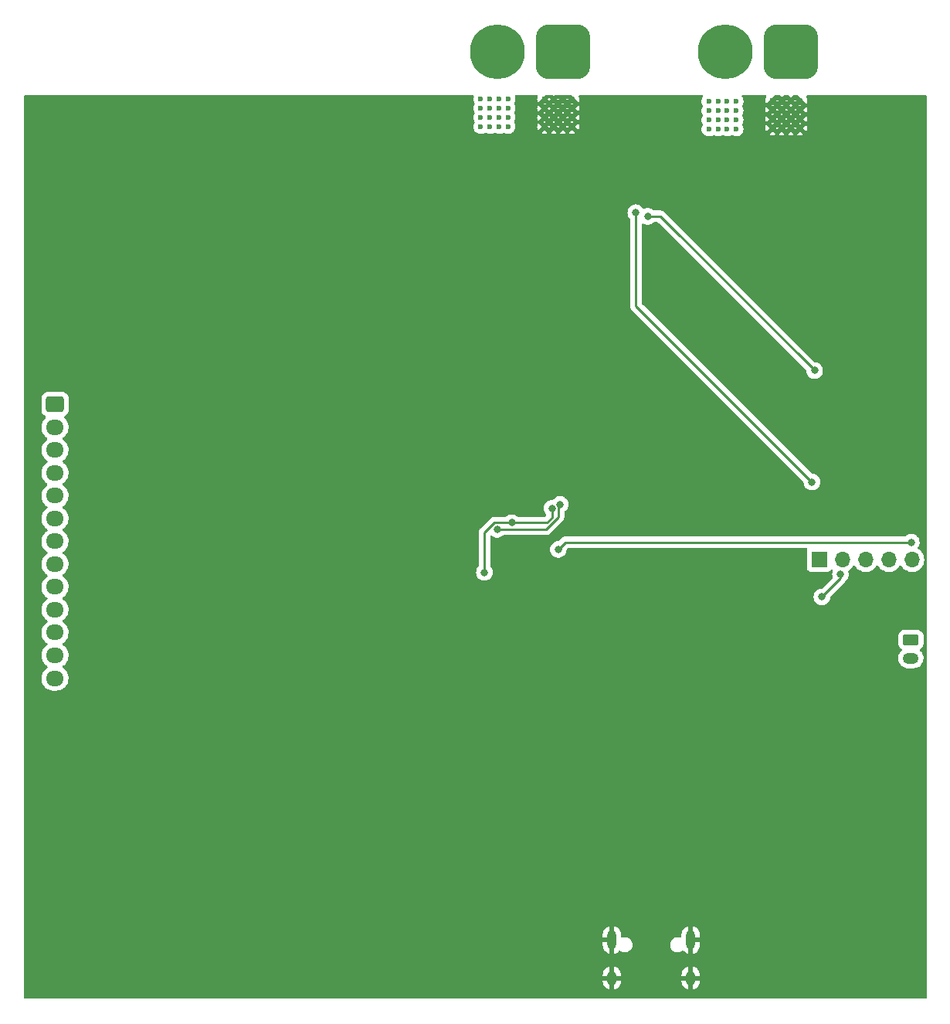
<source format=gbr>
%TF.GenerationSoftware,KiCad,Pcbnew,(6.0.7-1)-1*%
%TF.CreationDate,2022-08-24T14:53:57+02:00*%
%TF.ProjectId,Flux_BMS,466c7578-5f42-44d5-932e-6b696361645f,rev?*%
%TF.SameCoordinates,Original*%
%TF.FileFunction,Copper,L4,Bot*%
%TF.FilePolarity,Positive*%
%FSLAX46Y46*%
G04 Gerber Fmt 4.6, Leading zero omitted, Abs format (unit mm)*
G04 Created by KiCad (PCBNEW (6.0.7-1)-1) date 2022-08-24 14:53:57*
%MOMM*%
%LPD*%
G01*
G04 APERTURE LIST*
G04 Aperture macros list*
%AMRoundRect*
0 Rectangle with rounded corners*
0 $1 Rounding radius*
0 $2 $3 $4 $5 $6 $7 $8 $9 X,Y pos of 4 corners*
0 Add a 4 corners polygon primitive as box body*
4,1,4,$2,$3,$4,$5,$6,$7,$8,$9,$2,$3,0*
0 Add four circle primitives for the rounded corners*
1,1,$1+$1,$2,$3*
1,1,$1+$1,$4,$5*
1,1,$1+$1,$6,$7*
1,1,$1+$1,$8,$9*
0 Add four rect primitives between the rounded corners*
20,1,$1+$1,$2,$3,$4,$5,0*
20,1,$1+$1,$4,$5,$6,$7,0*
20,1,$1+$1,$6,$7,$8,$9,0*
20,1,$1+$1,$8,$9,$2,$3,0*%
G04 Aperture macros list end*
%TA.AperFunction,ComponentPad*%
%ADD10RoundRect,1.500000X1.500000X1.500000X-1.500000X1.500000X-1.500000X-1.500000X1.500000X-1.500000X0*%
%TD*%
%TA.AperFunction,ComponentPad*%
%ADD11C,6.000000*%
%TD*%
%TA.AperFunction,ComponentPad*%
%ADD12RoundRect,0.250000X-0.725000X0.600000X-0.725000X-0.600000X0.725000X-0.600000X0.725000X0.600000X0*%
%TD*%
%TA.AperFunction,ComponentPad*%
%ADD13O,1.950000X1.700000*%
%TD*%
%TA.AperFunction,ComponentPad*%
%ADD14C,0.600000*%
%TD*%
%TA.AperFunction,ComponentPad*%
%ADD15O,1.000000X1.600000*%
%TD*%
%TA.AperFunction,ComponentPad*%
%ADD16O,1.000000X2.100000*%
%TD*%
%TA.AperFunction,ComponentPad*%
%ADD17R,1.700000X1.700000*%
%TD*%
%TA.AperFunction,ComponentPad*%
%ADD18O,1.700000X1.700000*%
%TD*%
%TA.AperFunction,ComponentPad*%
%ADD19RoundRect,0.250000X-0.625000X0.350000X-0.625000X-0.350000X0.625000X-0.350000X0.625000X0.350000X0*%
%TD*%
%TA.AperFunction,ComponentPad*%
%ADD20O,1.750000X1.200000*%
%TD*%
%TA.AperFunction,ViaPad*%
%ADD21C,0.800000*%
%TD*%
%TA.AperFunction,Conductor*%
%ADD22C,0.250000*%
%TD*%
G04 APERTURE END LIST*
D10*
%TO.P,J6,1,Pin_1*%
%TO.N,unconnected-(J6-Pad1)*%
X159600000Y-45800000D03*
D11*
%TO.P,J6,2,Pin_2*%
%TO.N,unconnected-(J6-Pad2)*%
X152400000Y-45800000D03*
%TD*%
D12*
%TO.P,J1,1,Pin_1*%
%TO.N,/LTC6811/CELL+_12*%
X78925000Y-84400000D03*
D13*
%TO.P,J1,2,Pin_2*%
%TO.N,/LTC6811/CELL+_11*%
X78925000Y-86900000D03*
%TO.P,J1,3,Pin_3*%
%TO.N,/LTC6811/CELL+_10*%
X78925000Y-89400000D03*
%TO.P,J1,4,Pin_4*%
%TO.N,/LTC6811/CELL+_9*%
X78925000Y-91900000D03*
%TO.P,J1,5,Pin_5*%
%TO.N,/LTC6811/CELL+_8*%
X78925000Y-94400000D03*
%TO.P,J1,6,Pin_6*%
%TO.N,/LTC6811/CELL+_7*%
X78925000Y-96900000D03*
%TO.P,J1,7,Pin_7*%
%TO.N,/LTC6811/CELL+_6*%
X78925000Y-99400000D03*
%TO.P,J1,8,Pin_8*%
%TO.N,/LTC6811/CELL+_5*%
X78925000Y-101900000D03*
%TO.P,J1,9,Pin_9*%
%TO.N,/LTC6811/CELL+_4*%
X78925000Y-104400000D03*
%TO.P,J1,10,Pin_10*%
%TO.N,/LTC6811/CELL+_3*%
X78925000Y-106900000D03*
%TO.P,J1,11,Pin_11*%
%TO.N,/LTC6811/CELL+_2*%
X78925000Y-109400000D03*
%TO.P,J1,12,Pin_12*%
%TO.N,/LTC6811/CELL+_1*%
X78925000Y-111900000D03*
%TO.P,J1,13,Pin_13*%
%TO.N,/LTC6811/CELL-_1*%
X78925000Y-114400000D03*
%TD*%
D14*
%TO.P,TP7,1,1*%
%TO.N,GND*%
X133600000Y-52960000D03*
X135600000Y-53960000D03*
X132600000Y-52960000D03*
X134600000Y-52960000D03*
X133600000Y-53960000D03*
X134600000Y-53960000D03*
X133600000Y-51960000D03*
X132600000Y-51960000D03*
X134600000Y-50960000D03*
X135600000Y-50960000D03*
X135600000Y-52960000D03*
X132600000Y-50960000D03*
X135600000Y-51960000D03*
X134600000Y-51960000D03*
X133600000Y-50960000D03*
X132600000Y-53960000D03*
%TD*%
D15*
%TO.P,J5,S1,SHIELD*%
%TO.N,GND*%
X139980000Y-147250000D03*
D16*
X148620000Y-143070000D03*
X139980000Y-143070000D03*
D15*
X148620000Y-147250000D03*
%TD*%
D14*
%TO.P,TP10,1,1*%
%TO.N,GND*%
X160600000Y-54125000D03*
X159600000Y-53125000D03*
X157600000Y-51125000D03*
X159600000Y-51125000D03*
X158600000Y-51125000D03*
X160600000Y-51125000D03*
X157600000Y-53125000D03*
X159600000Y-52125000D03*
X159600000Y-54125000D03*
X160600000Y-53125000D03*
X158600000Y-53125000D03*
X158600000Y-54125000D03*
X158600000Y-52125000D03*
X157600000Y-52125000D03*
X157600000Y-54125000D03*
X160600000Y-52125000D03*
%TD*%
D17*
%TO.P,J4,1,Pin_1*%
%TO.N,/Charge_control/BQ_CHG_EN*%
X162700000Y-101400000D03*
D18*
%TO.P,J4,2,Pin_2*%
%TO.N,/Charge_control/BQ_CP_EN*%
X165240000Y-101400000D03*
%TO.P,J4,3,Pin_3*%
%TO.N,/Charge_control/BQ_DSG_EN*%
X167780000Y-101400000D03*
%TO.P,J4,4,Pin_4*%
%TO.N,/Charge_control/BQ_PCHG_EN*%
X170320000Y-101400000D03*
%TO.P,J4,5,Pin_5*%
%TO.N,/Charge_control/BQ_PMON_EN*%
X172860000Y-101400000D03*
%TD*%
D14*
%TO.P,TP9,1,1*%
%TO.N,CHARGER+*%
X152600000Y-53225000D03*
X153600000Y-54225000D03*
X151600000Y-53225000D03*
X151600000Y-54225000D03*
X150600000Y-52225000D03*
X150600000Y-51225000D03*
X152600000Y-54225000D03*
X150600000Y-54225000D03*
X153600000Y-53225000D03*
X150600000Y-53225000D03*
X153600000Y-51225000D03*
X152600000Y-52225000D03*
X152600000Y-51225000D03*
X153600000Y-52225000D03*
X151600000Y-52225000D03*
X151600000Y-51225000D03*
%TD*%
D19*
%TO.P,J2,1,Pin_1*%
%TO.N,/CAN/CAN_H*%
X172750000Y-110200000D03*
D20*
%TO.P,J2,2,Pin_2*%
%TO.N,/CAN/CAN_L*%
X172750000Y-112200000D03*
%TD*%
D10*
%TO.P,J3,1,Pin_1*%
%TO.N,unconnected-(J3-Pad1)*%
X134600000Y-45800000D03*
D11*
%TO.P,J3,2,Pin_2*%
%TO.N,unconnected-(J3-Pad2)*%
X127400000Y-45800000D03*
%TD*%
D14*
%TO.P,TP6,1,1*%
%TO.N,V+*%
X128600000Y-51975000D03*
X125600000Y-51975000D03*
X126600000Y-53975000D03*
X126600000Y-52975000D03*
X125600000Y-52975000D03*
X128600000Y-50975000D03*
X127600000Y-51975000D03*
X128600000Y-52975000D03*
X127600000Y-52975000D03*
X126600000Y-51975000D03*
X127600000Y-53975000D03*
X126600000Y-50975000D03*
X127600000Y-50975000D03*
X125600000Y-50975000D03*
X125600000Y-53975000D03*
X128600000Y-53975000D03*
%TD*%
D21*
%TO.N,V+*%
X142600000Y-63400000D03*
X161900000Y-92900000D03*
%TO.N,Net-(Q13-Pad3)*%
X143900000Y-63800000D03*
X162200000Y-80700000D03*
%TO.N,/LTC6811/LTC_CS*%
X134293982Y-95353009D03*
X127400000Y-98099000D03*
%TO.N,/LTC6811/LTC_SCK*%
X133400000Y-95800000D03*
X126000000Y-102800000D03*
X129000000Y-97374500D03*
%TO.N,/Charge_control/BQ_PMON_EN*%
X172800000Y-99500000D03*
X134100000Y-100300000D03*
%TO.N,/Charge_control/BQ_CP_EN*%
X163000000Y-105500000D03*
X165027701Y-103027701D03*
%TO.N,GND*%
X129505000Y-69550000D03*
X126705000Y-74550000D03*
%TD*%
D22*
%TO.N,V+*%
X142600000Y-63400000D02*
X142600000Y-69600000D01*
X142600000Y-69600000D02*
X142600000Y-73600000D01*
X142600000Y-73600000D02*
X161900000Y-92900000D01*
%TO.N,Net-(Q13-Pad3)*%
X162200000Y-80700000D02*
X145300000Y-63800000D01*
X145300000Y-63800000D02*
X143900000Y-63800000D01*
%TO.N,/LTC6811/LTC_CS*%
X132736717Y-98099000D02*
X127400000Y-98099000D01*
X134124511Y-96711206D02*
X132736717Y-98099000D01*
X134124511Y-95522480D02*
X134124511Y-96711206D01*
X134293982Y-95353009D02*
X134124511Y-95522480D01*
%TO.N,/LTC6811/LTC_SCK*%
X133400000Y-96800000D02*
X133400000Y-95800000D01*
X127099886Y-97374500D02*
X126000000Y-98474386D01*
X126000000Y-98474386D02*
X126000000Y-102800000D01*
X129000000Y-97374500D02*
X132825500Y-97374500D01*
X132825500Y-97374500D02*
X133400000Y-96800000D01*
X129000000Y-97374500D02*
X127099886Y-97374500D01*
%TO.N,/Charge_control/BQ_PMON_EN*%
X134100000Y-100300000D02*
X134900000Y-99500000D01*
X134900000Y-99500000D02*
X172800000Y-99500000D01*
%TO.N,/Charge_control/BQ_CP_EN*%
X165027701Y-103472299D02*
X165027701Y-103027701D01*
X163000000Y-105500000D02*
X165027701Y-103472299D01*
%TD*%
%TA.AperFunction,Conductor*%
%TO.N,GND*%
G36*
X124797531Y-50528502D02*
G01*
X124844024Y-50582158D01*
X124854128Y-50652432D01*
X124847811Y-50677595D01*
X124813010Y-50773210D01*
X124809197Y-50783685D01*
X124786463Y-50963640D01*
X124804163Y-51144160D01*
X124861418Y-51316273D01*
X124865065Y-51322295D01*
X124865066Y-51322297D01*
X124866424Y-51324539D01*
X124915435Y-51405465D01*
X124918106Y-51409876D01*
X124936285Y-51478505D01*
X124916243Y-51543399D01*
X124871235Y-51613238D01*
X124868826Y-51619858D01*
X124868824Y-51619861D01*
X124812951Y-51773372D01*
X124809197Y-51783685D01*
X124786463Y-51963640D01*
X124804163Y-52144160D01*
X124861418Y-52316273D01*
X124865065Y-52322295D01*
X124865066Y-52322297D01*
X124866424Y-52324539D01*
X124915435Y-52405465D01*
X124918106Y-52409876D01*
X124936285Y-52478505D01*
X124916243Y-52543399D01*
X124871235Y-52613238D01*
X124868826Y-52619858D01*
X124868824Y-52619861D01*
X124812951Y-52773372D01*
X124809197Y-52783685D01*
X124786463Y-52963640D01*
X124804163Y-53144160D01*
X124861418Y-53316273D01*
X124865065Y-53322295D01*
X124865066Y-53322297D01*
X124866424Y-53324539D01*
X124915435Y-53405465D01*
X124918106Y-53409876D01*
X124936285Y-53478505D01*
X124916243Y-53543399D01*
X124871235Y-53613238D01*
X124868826Y-53619858D01*
X124868824Y-53619861D01*
X124812951Y-53773372D01*
X124809197Y-53783685D01*
X124786463Y-53963640D01*
X124804163Y-54144160D01*
X124861418Y-54316273D01*
X124865065Y-54322295D01*
X124865066Y-54322297D01*
X124928681Y-54427338D01*
X124955380Y-54471424D01*
X124960269Y-54476487D01*
X124960270Y-54476488D01*
X124975357Y-54492111D01*
X125081382Y-54601902D01*
X125233159Y-54701222D01*
X125239763Y-54703678D01*
X125239765Y-54703679D01*
X125396558Y-54761990D01*
X125396560Y-54761990D01*
X125403168Y-54764448D01*
X125486995Y-54775633D01*
X125575980Y-54787507D01*
X125575984Y-54787507D01*
X125582961Y-54788438D01*
X125589972Y-54787800D01*
X125589976Y-54787800D01*
X125732459Y-54774832D01*
X125763600Y-54771998D01*
X125770302Y-54769820D01*
X125770304Y-54769820D01*
X125929409Y-54718124D01*
X125929412Y-54718123D01*
X125936108Y-54715947D01*
X126035701Y-54656577D01*
X126104454Y-54638878D01*
X126169211Y-54659375D01*
X126233159Y-54701222D01*
X126239763Y-54703678D01*
X126239765Y-54703679D01*
X126396558Y-54761990D01*
X126396560Y-54761990D01*
X126403168Y-54764448D01*
X126486995Y-54775633D01*
X126575980Y-54787507D01*
X126575984Y-54787507D01*
X126582961Y-54788438D01*
X126589972Y-54787800D01*
X126589976Y-54787800D01*
X126732459Y-54774832D01*
X126763600Y-54771998D01*
X126770302Y-54769820D01*
X126770304Y-54769820D01*
X126929409Y-54718124D01*
X126929412Y-54718123D01*
X126936108Y-54715947D01*
X127035701Y-54656577D01*
X127104454Y-54638878D01*
X127169211Y-54659375D01*
X127233159Y-54701222D01*
X127239763Y-54703678D01*
X127239765Y-54703679D01*
X127396558Y-54761990D01*
X127396560Y-54761990D01*
X127403168Y-54764448D01*
X127486995Y-54775633D01*
X127575980Y-54787507D01*
X127575984Y-54787507D01*
X127582961Y-54788438D01*
X127589972Y-54787800D01*
X127589976Y-54787800D01*
X127732459Y-54774832D01*
X127763600Y-54771998D01*
X127770302Y-54769820D01*
X127770304Y-54769820D01*
X127929409Y-54718124D01*
X127929412Y-54718123D01*
X127936108Y-54715947D01*
X128035701Y-54656577D01*
X128104454Y-54638878D01*
X128169211Y-54659375D01*
X128233159Y-54701222D01*
X128239763Y-54703678D01*
X128239765Y-54703679D01*
X128396558Y-54761990D01*
X128396560Y-54761990D01*
X128403168Y-54764448D01*
X128486995Y-54775633D01*
X128575980Y-54787507D01*
X128575984Y-54787507D01*
X128582961Y-54788438D01*
X128589972Y-54787800D01*
X128589976Y-54787800D01*
X128732459Y-54774832D01*
X128763600Y-54771998D01*
X128770302Y-54769820D01*
X128770304Y-54769820D01*
X128929409Y-54718124D01*
X128929412Y-54718123D01*
X128936108Y-54715947D01*
X128987428Y-54685354D01*
X132239475Y-54685354D01*
X132242258Y-54689073D01*
X132396680Y-54746502D01*
X132410278Y-54749892D01*
X132575990Y-54772004D01*
X132589986Y-54772297D01*
X132756477Y-54757144D01*
X132770204Y-54754327D01*
X132929202Y-54702666D01*
X132941953Y-54696881D01*
X132948769Y-54692818D01*
X132955690Y-54685354D01*
X133239475Y-54685354D01*
X133242258Y-54689073D01*
X133396680Y-54746502D01*
X133410278Y-54749892D01*
X133575990Y-54772004D01*
X133589986Y-54772297D01*
X133756477Y-54757144D01*
X133770204Y-54754327D01*
X133929202Y-54702666D01*
X133941953Y-54696881D01*
X133948769Y-54692818D01*
X133955690Y-54685354D01*
X134239475Y-54685354D01*
X134242258Y-54689073D01*
X134396680Y-54746502D01*
X134410278Y-54749892D01*
X134575990Y-54772004D01*
X134589986Y-54772297D01*
X134756477Y-54757144D01*
X134770204Y-54754327D01*
X134929202Y-54702666D01*
X134941953Y-54696881D01*
X134948769Y-54692818D01*
X134955690Y-54685354D01*
X135239475Y-54685354D01*
X135242258Y-54689073D01*
X135396680Y-54746502D01*
X135410278Y-54749892D01*
X135575990Y-54772004D01*
X135589986Y-54772297D01*
X135756477Y-54757144D01*
X135770204Y-54754327D01*
X135929202Y-54702666D01*
X135941953Y-54696881D01*
X135948769Y-54692818D01*
X135958358Y-54682476D01*
X135954852Y-54674062D01*
X135612812Y-54332022D01*
X135598868Y-54324408D01*
X135597035Y-54324539D01*
X135590421Y-54328790D01*
X135246232Y-54672979D01*
X135239475Y-54685354D01*
X134955690Y-54685354D01*
X134958358Y-54682476D01*
X134954852Y-54674062D01*
X134612812Y-54332022D01*
X134598868Y-54324408D01*
X134597035Y-54324539D01*
X134590421Y-54328790D01*
X134246232Y-54672979D01*
X134239475Y-54685354D01*
X133955690Y-54685354D01*
X133958358Y-54682476D01*
X133954852Y-54674062D01*
X133612812Y-54332022D01*
X133598868Y-54324408D01*
X133597035Y-54324539D01*
X133590421Y-54328790D01*
X133246232Y-54672979D01*
X133239475Y-54685354D01*
X132955690Y-54685354D01*
X132958358Y-54682476D01*
X132954852Y-54674062D01*
X132612812Y-54332022D01*
X132598868Y-54324408D01*
X132597035Y-54324539D01*
X132590421Y-54328790D01*
X132246232Y-54672979D01*
X132239475Y-54685354D01*
X128987428Y-54685354D01*
X129091912Y-54623069D01*
X129223266Y-54497982D01*
X129323643Y-54346902D01*
X129388055Y-54177338D01*
X129391162Y-54155233D01*
X129412748Y-54001639D01*
X129412748Y-54001636D01*
X129413299Y-53997717D01*
X129413616Y-53975000D01*
X129411447Y-53955660D01*
X131787654Y-53955660D01*
X131803968Y-54122047D01*
X131806879Y-54135741D01*
X131859650Y-54294375D01*
X131865524Y-54307088D01*
X131866768Y-54309143D01*
X131877174Y-54318657D01*
X131885794Y-54314995D01*
X132227979Y-53972811D01*
X132234357Y-53961130D01*
X132964408Y-53961130D01*
X132964539Y-53962966D01*
X132968789Y-53969579D01*
X133087192Y-54087981D01*
X133101130Y-54095592D01*
X133102966Y-54095460D01*
X133109579Y-54091211D01*
X133227981Y-53972808D01*
X133234358Y-53961130D01*
X133964408Y-53961130D01*
X133964539Y-53962966D01*
X133968789Y-53969579D01*
X134087192Y-54087981D01*
X134101130Y-54095592D01*
X134102966Y-54095460D01*
X134109579Y-54091211D01*
X134227981Y-53972808D01*
X134234358Y-53961130D01*
X134964408Y-53961130D01*
X134964539Y-53962966D01*
X134968789Y-53969579D01*
X135087192Y-54087981D01*
X135101130Y-54095592D01*
X135102966Y-54095460D01*
X135109579Y-54091211D01*
X135227981Y-53972808D01*
X135234357Y-53961132D01*
X135964408Y-53961132D01*
X135964539Y-53962966D01*
X135968790Y-53969579D01*
X136312504Y-54313293D01*
X136324879Y-54320050D01*
X136328696Y-54317193D01*
X136385065Y-54168802D01*
X136388549Y-54155233D01*
X136412244Y-53986627D01*
X136412851Y-53978741D01*
X136413058Y-53963962D01*
X136412671Y-53956061D01*
X136393692Y-53786855D01*
X136390590Y-53773202D01*
X136335610Y-53615322D01*
X136332281Y-53608372D01*
X136323605Y-53600659D01*
X136314558Y-53604653D01*
X135972021Y-53947189D01*
X135964408Y-53961132D01*
X135234357Y-53961132D01*
X135235592Y-53958870D01*
X135235461Y-53957034D01*
X135231211Y-53950421D01*
X135112808Y-53832019D01*
X135098870Y-53824408D01*
X135097034Y-53824540D01*
X135090421Y-53828789D01*
X134972019Y-53947192D01*
X134964408Y-53961130D01*
X134234358Y-53961130D01*
X134235592Y-53958870D01*
X134235461Y-53957034D01*
X134231211Y-53950421D01*
X134112808Y-53832019D01*
X134098870Y-53824408D01*
X134097034Y-53824540D01*
X134090421Y-53828789D01*
X133972019Y-53947192D01*
X133964408Y-53961130D01*
X133234358Y-53961130D01*
X133235592Y-53958870D01*
X133235461Y-53957034D01*
X133231211Y-53950421D01*
X133112808Y-53832019D01*
X133098870Y-53824408D01*
X133097034Y-53824540D01*
X133090421Y-53828789D01*
X132972019Y-53947192D01*
X132964408Y-53961130D01*
X132234357Y-53961130D01*
X132235592Y-53958868D01*
X132235461Y-53957034D01*
X132231210Y-53950421D01*
X131887458Y-53606669D01*
X131875083Y-53599912D01*
X131869926Y-53603772D01*
X131869273Y-53605089D01*
X131812096Y-53762180D01*
X131808803Y-53775795D01*
X131787850Y-53941653D01*
X131787654Y-53955660D01*
X129411447Y-53955660D01*
X129393397Y-53794745D01*
X129391080Y-53788091D01*
X129336064Y-53630106D01*
X129336062Y-53630103D01*
X129333745Y-53623448D01*
X129282826Y-53541960D01*
X129263691Y-53473594D01*
X129267541Y-53461130D01*
X132464408Y-53461130D01*
X132464540Y-53462966D01*
X132468789Y-53469579D01*
X132587192Y-53587981D01*
X132601130Y-53595592D01*
X132602966Y-53595461D01*
X132609579Y-53591211D01*
X132727981Y-53472808D01*
X132734358Y-53461130D01*
X133464408Y-53461130D01*
X133464540Y-53462966D01*
X133468789Y-53469579D01*
X133587192Y-53587981D01*
X133601130Y-53595592D01*
X133602966Y-53595461D01*
X133609579Y-53591211D01*
X133727981Y-53472808D01*
X133734358Y-53461130D01*
X134464408Y-53461130D01*
X134464540Y-53462966D01*
X134468789Y-53469579D01*
X134587192Y-53587981D01*
X134601130Y-53595592D01*
X134602966Y-53595461D01*
X134609579Y-53591211D01*
X134727981Y-53472808D01*
X134734358Y-53461130D01*
X135464408Y-53461130D01*
X135464540Y-53462966D01*
X135468789Y-53469579D01*
X135587192Y-53587981D01*
X135601130Y-53595592D01*
X135602966Y-53595461D01*
X135609579Y-53591211D01*
X135727981Y-53472808D01*
X135735592Y-53458870D01*
X135735460Y-53457034D01*
X135731211Y-53450421D01*
X135612808Y-53332019D01*
X135598870Y-53324408D01*
X135597034Y-53324539D01*
X135590421Y-53328789D01*
X135472019Y-53447192D01*
X135464408Y-53461130D01*
X134734358Y-53461130D01*
X134735592Y-53458870D01*
X134735460Y-53457034D01*
X134731211Y-53450421D01*
X134612808Y-53332019D01*
X134598870Y-53324408D01*
X134597034Y-53324539D01*
X134590421Y-53328789D01*
X134472019Y-53447192D01*
X134464408Y-53461130D01*
X133734358Y-53461130D01*
X133735592Y-53458870D01*
X133735460Y-53457034D01*
X133731211Y-53450421D01*
X133612808Y-53332019D01*
X133598870Y-53324408D01*
X133597034Y-53324539D01*
X133590421Y-53328789D01*
X133472019Y-53447192D01*
X133464408Y-53461130D01*
X132734358Y-53461130D01*
X132735592Y-53458870D01*
X132735460Y-53457034D01*
X132731211Y-53450421D01*
X132612808Y-53332019D01*
X132598870Y-53324408D01*
X132597034Y-53324539D01*
X132590421Y-53328789D01*
X132472019Y-53447192D01*
X132464408Y-53461130D01*
X129267541Y-53461130D01*
X129284732Y-53405468D01*
X129323643Y-53346902D01*
X129388055Y-53177338D01*
X129391162Y-53155233D01*
X129412748Y-53001639D01*
X129412748Y-53001636D01*
X129413299Y-52997717D01*
X129413616Y-52975000D01*
X129411447Y-52955660D01*
X131787654Y-52955660D01*
X131803968Y-53122047D01*
X131806879Y-53135741D01*
X131859650Y-53294375D01*
X131865524Y-53307088D01*
X131866768Y-53309143D01*
X131877174Y-53318657D01*
X131885794Y-53314995D01*
X132227979Y-52972811D01*
X132234357Y-52961130D01*
X132964408Y-52961130D01*
X132964539Y-52962966D01*
X132968789Y-52969579D01*
X133087192Y-53087981D01*
X133101130Y-53095592D01*
X133102966Y-53095460D01*
X133109579Y-53091211D01*
X133227981Y-52972808D01*
X133234358Y-52961130D01*
X133964408Y-52961130D01*
X133964539Y-52962966D01*
X133968789Y-52969579D01*
X134087192Y-53087981D01*
X134101130Y-53095592D01*
X134102966Y-53095460D01*
X134109579Y-53091211D01*
X134227981Y-52972808D01*
X134234358Y-52961130D01*
X134964408Y-52961130D01*
X134964539Y-52962966D01*
X134968789Y-52969579D01*
X135087192Y-53087981D01*
X135101130Y-53095592D01*
X135102966Y-53095460D01*
X135109579Y-53091211D01*
X135227981Y-52972808D01*
X135234357Y-52961132D01*
X135964408Y-52961132D01*
X135964539Y-52962966D01*
X135968790Y-52969579D01*
X136312504Y-53313293D01*
X136324879Y-53320050D01*
X136328696Y-53317193D01*
X136385065Y-53168802D01*
X136388549Y-53155233D01*
X136412244Y-52986627D01*
X136412851Y-52978741D01*
X136413058Y-52963962D01*
X136412671Y-52956061D01*
X136393692Y-52786855D01*
X136390590Y-52773202D01*
X136335610Y-52615322D01*
X136332281Y-52608372D01*
X136323605Y-52600659D01*
X136314558Y-52604653D01*
X135972021Y-52947189D01*
X135964408Y-52961132D01*
X135234357Y-52961132D01*
X135235592Y-52958870D01*
X135235461Y-52957034D01*
X135231211Y-52950421D01*
X135112808Y-52832019D01*
X135098870Y-52824408D01*
X135097034Y-52824540D01*
X135090421Y-52828789D01*
X134972019Y-52947192D01*
X134964408Y-52961130D01*
X134234358Y-52961130D01*
X134235592Y-52958870D01*
X134235461Y-52957034D01*
X134231211Y-52950421D01*
X134112808Y-52832019D01*
X134098870Y-52824408D01*
X134097034Y-52824540D01*
X134090421Y-52828789D01*
X133972019Y-52947192D01*
X133964408Y-52961130D01*
X133234358Y-52961130D01*
X133235592Y-52958870D01*
X133235461Y-52957034D01*
X133231211Y-52950421D01*
X133112808Y-52832019D01*
X133098870Y-52824408D01*
X133097034Y-52824540D01*
X133090421Y-52828789D01*
X132972019Y-52947192D01*
X132964408Y-52961130D01*
X132234357Y-52961130D01*
X132235592Y-52958868D01*
X132235461Y-52957034D01*
X132231210Y-52950421D01*
X131887458Y-52606669D01*
X131875083Y-52599912D01*
X131869926Y-52603772D01*
X131869273Y-52605089D01*
X131812096Y-52762180D01*
X131808803Y-52775795D01*
X131787850Y-52941653D01*
X131787654Y-52955660D01*
X129411447Y-52955660D01*
X129393397Y-52794745D01*
X129391080Y-52788091D01*
X129336064Y-52630106D01*
X129336062Y-52630103D01*
X129333745Y-52623448D01*
X129282826Y-52541960D01*
X129263691Y-52473594D01*
X129267541Y-52461130D01*
X132464408Y-52461130D01*
X132464540Y-52462966D01*
X132468789Y-52469579D01*
X132587192Y-52587981D01*
X132601130Y-52595592D01*
X132602966Y-52595461D01*
X132609579Y-52591211D01*
X132727981Y-52472808D01*
X132734358Y-52461130D01*
X133464408Y-52461130D01*
X133464540Y-52462966D01*
X133468789Y-52469579D01*
X133587192Y-52587981D01*
X133601130Y-52595592D01*
X133602966Y-52595461D01*
X133609579Y-52591211D01*
X133727981Y-52472808D01*
X133734358Y-52461130D01*
X134464408Y-52461130D01*
X134464540Y-52462966D01*
X134468789Y-52469579D01*
X134587192Y-52587981D01*
X134601130Y-52595592D01*
X134602966Y-52595461D01*
X134609579Y-52591211D01*
X134727981Y-52472808D01*
X134734358Y-52461130D01*
X135464408Y-52461130D01*
X135464540Y-52462966D01*
X135468789Y-52469579D01*
X135587192Y-52587981D01*
X135601130Y-52595592D01*
X135602966Y-52595461D01*
X135609579Y-52591211D01*
X135727981Y-52472808D01*
X135735592Y-52458870D01*
X135735460Y-52457034D01*
X135731211Y-52450421D01*
X135612808Y-52332019D01*
X135598870Y-52324408D01*
X135597034Y-52324539D01*
X135590421Y-52328789D01*
X135472019Y-52447192D01*
X135464408Y-52461130D01*
X134734358Y-52461130D01*
X134735592Y-52458870D01*
X134735460Y-52457034D01*
X134731211Y-52450421D01*
X134612808Y-52332019D01*
X134598870Y-52324408D01*
X134597034Y-52324539D01*
X134590421Y-52328789D01*
X134472019Y-52447192D01*
X134464408Y-52461130D01*
X133734358Y-52461130D01*
X133735592Y-52458870D01*
X133735460Y-52457034D01*
X133731211Y-52450421D01*
X133612808Y-52332019D01*
X133598870Y-52324408D01*
X133597034Y-52324539D01*
X133590421Y-52328789D01*
X133472019Y-52447192D01*
X133464408Y-52461130D01*
X132734358Y-52461130D01*
X132735592Y-52458870D01*
X132735460Y-52457034D01*
X132731211Y-52450421D01*
X132612808Y-52332019D01*
X132598870Y-52324408D01*
X132597034Y-52324539D01*
X132590421Y-52328789D01*
X132472019Y-52447192D01*
X132464408Y-52461130D01*
X129267541Y-52461130D01*
X129284732Y-52405468D01*
X129323643Y-52346902D01*
X129388055Y-52177338D01*
X129391162Y-52155233D01*
X129412748Y-52001639D01*
X129412748Y-52001636D01*
X129413299Y-51997717D01*
X129413616Y-51975000D01*
X129411447Y-51955660D01*
X131787654Y-51955660D01*
X131803968Y-52122047D01*
X131806879Y-52135741D01*
X131859650Y-52294375D01*
X131865524Y-52307088D01*
X131866768Y-52309143D01*
X131877174Y-52318657D01*
X131885794Y-52314995D01*
X132227979Y-51972811D01*
X132234357Y-51961130D01*
X132964408Y-51961130D01*
X132964539Y-51962966D01*
X132968789Y-51969579D01*
X133087192Y-52087981D01*
X133101130Y-52095592D01*
X133102966Y-52095460D01*
X133109579Y-52091211D01*
X133227981Y-51972808D01*
X133234358Y-51961130D01*
X133964408Y-51961130D01*
X133964539Y-51962966D01*
X133968789Y-51969579D01*
X134087192Y-52087981D01*
X134101130Y-52095592D01*
X134102966Y-52095460D01*
X134109579Y-52091211D01*
X134227981Y-51972808D01*
X134234358Y-51961130D01*
X134964408Y-51961130D01*
X134964539Y-51962966D01*
X134968789Y-51969579D01*
X135087192Y-52087981D01*
X135101130Y-52095592D01*
X135102966Y-52095460D01*
X135109579Y-52091211D01*
X135227981Y-51972808D01*
X135234357Y-51961132D01*
X135964408Y-51961132D01*
X135964539Y-51962966D01*
X135968790Y-51969579D01*
X136312504Y-52313293D01*
X136324879Y-52320050D01*
X136328696Y-52317193D01*
X136385065Y-52168802D01*
X136388549Y-52155233D01*
X136412244Y-51986627D01*
X136412851Y-51978741D01*
X136413058Y-51963962D01*
X136412671Y-51956061D01*
X136393692Y-51786855D01*
X136390590Y-51773202D01*
X136335610Y-51615322D01*
X136332281Y-51608372D01*
X136323605Y-51600659D01*
X136314558Y-51604653D01*
X135972021Y-51947189D01*
X135964408Y-51961132D01*
X135234357Y-51961132D01*
X135235592Y-51958870D01*
X135235461Y-51957034D01*
X135231211Y-51950421D01*
X135112808Y-51832019D01*
X135098870Y-51824408D01*
X135097034Y-51824540D01*
X135090421Y-51828789D01*
X134972019Y-51947192D01*
X134964408Y-51961130D01*
X134234358Y-51961130D01*
X134235592Y-51958870D01*
X134235461Y-51957034D01*
X134231211Y-51950421D01*
X134112808Y-51832019D01*
X134098870Y-51824408D01*
X134097034Y-51824540D01*
X134090421Y-51828789D01*
X133972019Y-51947192D01*
X133964408Y-51961130D01*
X133234358Y-51961130D01*
X133235592Y-51958870D01*
X133235461Y-51957034D01*
X133231211Y-51950421D01*
X133112808Y-51832019D01*
X133098870Y-51824408D01*
X133097034Y-51824540D01*
X133090421Y-51828789D01*
X132972019Y-51947192D01*
X132964408Y-51961130D01*
X132234357Y-51961130D01*
X132235592Y-51958868D01*
X132235461Y-51957034D01*
X132231210Y-51950421D01*
X131887458Y-51606669D01*
X131875083Y-51599912D01*
X131869926Y-51603772D01*
X131869273Y-51605089D01*
X131812096Y-51762180D01*
X131808803Y-51775795D01*
X131787850Y-51941653D01*
X131787654Y-51955660D01*
X129411447Y-51955660D01*
X129393397Y-51794745D01*
X129391080Y-51788091D01*
X129336064Y-51630106D01*
X129336062Y-51630103D01*
X129333745Y-51623448D01*
X129282826Y-51541960D01*
X129263691Y-51473594D01*
X129267541Y-51461130D01*
X132464408Y-51461130D01*
X132464540Y-51462966D01*
X132468789Y-51469579D01*
X132587192Y-51587981D01*
X132601130Y-51595592D01*
X132602966Y-51595461D01*
X132609579Y-51591211D01*
X132727981Y-51472808D01*
X132734358Y-51461130D01*
X133464408Y-51461130D01*
X133464540Y-51462966D01*
X133468789Y-51469579D01*
X133587192Y-51587981D01*
X133601130Y-51595592D01*
X133602966Y-51595461D01*
X133609579Y-51591211D01*
X133727981Y-51472808D01*
X133734358Y-51461130D01*
X134464408Y-51461130D01*
X134464540Y-51462966D01*
X134468789Y-51469579D01*
X134587192Y-51587981D01*
X134601130Y-51595592D01*
X134602966Y-51595461D01*
X134609579Y-51591211D01*
X134727981Y-51472808D01*
X134734358Y-51461130D01*
X135464408Y-51461130D01*
X135464540Y-51462966D01*
X135468789Y-51469579D01*
X135587192Y-51587981D01*
X135601130Y-51595592D01*
X135602966Y-51595461D01*
X135609579Y-51591211D01*
X135727981Y-51472808D01*
X135735592Y-51458870D01*
X135735460Y-51457034D01*
X135731211Y-51450421D01*
X135612808Y-51332019D01*
X135598870Y-51324408D01*
X135597034Y-51324539D01*
X135590421Y-51328789D01*
X135472019Y-51447192D01*
X135464408Y-51461130D01*
X134734358Y-51461130D01*
X134735592Y-51458870D01*
X134735460Y-51457034D01*
X134731211Y-51450421D01*
X134612808Y-51332019D01*
X134598870Y-51324408D01*
X134597034Y-51324539D01*
X134590421Y-51328789D01*
X134472019Y-51447192D01*
X134464408Y-51461130D01*
X133734358Y-51461130D01*
X133735592Y-51458870D01*
X133735460Y-51457034D01*
X133731211Y-51450421D01*
X133612808Y-51332019D01*
X133598870Y-51324408D01*
X133597034Y-51324539D01*
X133590421Y-51328789D01*
X133472019Y-51447192D01*
X133464408Y-51461130D01*
X132734358Y-51461130D01*
X132735592Y-51458870D01*
X132735460Y-51457034D01*
X132731211Y-51450421D01*
X132612808Y-51332019D01*
X132598870Y-51324408D01*
X132597034Y-51324539D01*
X132590421Y-51328789D01*
X132472019Y-51447192D01*
X132464408Y-51461130D01*
X129267541Y-51461130D01*
X129284732Y-51405468D01*
X129323643Y-51346902D01*
X129388055Y-51177338D01*
X129391162Y-51155233D01*
X129412748Y-51001639D01*
X129412748Y-51001636D01*
X129413299Y-50997717D01*
X129413616Y-50975000D01*
X129393397Y-50794745D01*
X129352023Y-50675935D01*
X129348510Y-50605027D01*
X129383892Y-50543475D01*
X129446934Y-50510823D01*
X129471015Y-50508500D01*
X131724482Y-50508500D01*
X131792603Y-50528502D01*
X131839096Y-50582158D01*
X131849200Y-50652432D01*
X131842883Y-50677594D01*
X131812096Y-50762180D01*
X131808803Y-50775795D01*
X131787850Y-50941653D01*
X131787654Y-50955660D01*
X131803968Y-51122047D01*
X131806879Y-51135741D01*
X131859650Y-51294375D01*
X131865524Y-51307088D01*
X131866768Y-51309143D01*
X131877174Y-51318657D01*
X131885794Y-51314995D01*
X132239659Y-50961130D01*
X132964408Y-50961130D01*
X132964539Y-50962966D01*
X132968789Y-50969579D01*
X133087192Y-51087981D01*
X133101130Y-51095592D01*
X133102966Y-51095460D01*
X133109579Y-51091211D01*
X133227981Y-50972808D01*
X133234358Y-50961130D01*
X133964408Y-50961130D01*
X133964539Y-50962966D01*
X133968789Y-50969579D01*
X134087192Y-51087981D01*
X134101130Y-51095592D01*
X134102966Y-51095460D01*
X134109579Y-51091211D01*
X134227981Y-50972808D01*
X134234358Y-50961130D01*
X134964408Y-50961130D01*
X134964539Y-50962966D01*
X134968789Y-50969579D01*
X135087192Y-51087981D01*
X135101130Y-51095592D01*
X135102966Y-51095460D01*
X135109579Y-51091211D01*
X135227981Y-50972808D01*
X135235592Y-50958870D01*
X135235461Y-50957034D01*
X135231211Y-50950421D01*
X135112808Y-50832019D01*
X135098870Y-50824408D01*
X135097034Y-50824540D01*
X135090421Y-50828789D01*
X134972019Y-50947192D01*
X134964408Y-50961130D01*
X134234358Y-50961130D01*
X134235592Y-50958870D01*
X134235461Y-50957034D01*
X134231211Y-50950421D01*
X134112808Y-50832019D01*
X134098870Y-50824408D01*
X134097034Y-50824540D01*
X134090421Y-50828789D01*
X133972019Y-50947192D01*
X133964408Y-50961130D01*
X133234358Y-50961130D01*
X133235592Y-50958870D01*
X133235461Y-50957034D01*
X133231211Y-50950421D01*
X133112808Y-50832019D01*
X133098870Y-50824408D01*
X133097034Y-50824540D01*
X133090421Y-50828789D01*
X132972019Y-50947192D01*
X132964408Y-50961130D01*
X132239659Y-50961130D01*
X132600000Y-50600790D01*
X132655384Y-50545405D01*
X132717696Y-50511380D01*
X132744480Y-50508500D01*
X133455520Y-50508500D01*
X133523641Y-50528502D01*
X133544616Y-50545405D01*
X133587192Y-50587982D01*
X133601130Y-50595592D01*
X133602966Y-50595461D01*
X133609579Y-50591211D01*
X133655384Y-50545405D01*
X133717696Y-50511380D01*
X133744480Y-50508500D01*
X134455520Y-50508500D01*
X134523641Y-50528502D01*
X134544616Y-50545405D01*
X134587192Y-50587982D01*
X134601130Y-50595592D01*
X134602966Y-50595461D01*
X134609579Y-50591211D01*
X134655384Y-50545405D01*
X134717696Y-50511380D01*
X134744480Y-50508500D01*
X135455520Y-50508500D01*
X135523641Y-50528502D01*
X135544616Y-50545405D01*
X135599999Y-50600789D01*
X136312503Y-51313292D01*
X136324879Y-51320050D01*
X136328696Y-51317193D01*
X136385065Y-51168802D01*
X136388549Y-51155233D01*
X136412244Y-50986627D01*
X136412851Y-50978741D01*
X136413058Y-50963962D01*
X136412671Y-50956061D01*
X136393692Y-50786855D01*
X136390592Y-50773210D01*
X136356718Y-50675937D01*
X136353206Y-50605027D01*
X136388587Y-50543475D01*
X136451629Y-50510823D01*
X136475710Y-50508500D01*
X149870119Y-50508500D01*
X149938240Y-50528502D01*
X149984733Y-50582158D01*
X149994837Y-50652432D01*
X149969296Y-50710644D01*
X149969493Y-50710771D01*
X149871235Y-50863238D01*
X149868826Y-50869858D01*
X149868824Y-50869861D01*
X149823718Y-50993789D01*
X149809197Y-51033685D01*
X149786463Y-51213640D01*
X149804163Y-51394160D01*
X149861418Y-51566273D01*
X149915435Y-51655465D01*
X149918106Y-51659876D01*
X149936285Y-51728505D01*
X149916243Y-51793399D01*
X149871235Y-51863238D01*
X149868826Y-51869858D01*
X149868824Y-51869861D01*
X149823718Y-51993789D01*
X149809197Y-52033685D01*
X149786463Y-52213640D01*
X149804163Y-52394160D01*
X149861418Y-52566273D01*
X149915435Y-52655465D01*
X149918106Y-52659876D01*
X149936285Y-52728505D01*
X149916243Y-52793399D01*
X149871235Y-52863238D01*
X149868826Y-52869858D01*
X149868824Y-52869861D01*
X149823718Y-52993789D01*
X149809197Y-53033685D01*
X149786463Y-53213640D01*
X149804163Y-53394160D01*
X149861418Y-53566273D01*
X149915435Y-53655465D01*
X149918106Y-53659876D01*
X149936285Y-53728505D01*
X149916243Y-53793399D01*
X149871235Y-53863238D01*
X149868826Y-53869858D01*
X149868824Y-53869861D01*
X149823718Y-53993789D01*
X149809197Y-54033685D01*
X149786463Y-54213640D01*
X149804163Y-54394160D01*
X149861418Y-54566273D01*
X149865065Y-54572295D01*
X149865066Y-54572297D01*
X149949880Y-54712342D01*
X149955380Y-54721424D01*
X149960269Y-54726487D01*
X149960270Y-54726488D01*
X149994554Y-54761990D01*
X150081382Y-54851902D01*
X150105472Y-54867666D01*
X150211432Y-54937004D01*
X150233159Y-54951222D01*
X150239763Y-54953678D01*
X150239765Y-54953679D01*
X150396558Y-55011990D01*
X150396560Y-55011990D01*
X150403168Y-55014448D01*
X150486995Y-55025633D01*
X150575980Y-55037507D01*
X150575984Y-55037507D01*
X150582961Y-55038438D01*
X150589972Y-55037800D01*
X150589976Y-55037800D01*
X150732459Y-55024832D01*
X150763600Y-55021998D01*
X150770302Y-55019820D01*
X150770304Y-55019820D01*
X150929409Y-54968124D01*
X150929412Y-54968123D01*
X150936108Y-54965947D01*
X151035701Y-54906577D01*
X151104454Y-54888878D01*
X151169210Y-54909375D01*
X151211432Y-54937004D01*
X151233159Y-54951222D01*
X151239763Y-54953678D01*
X151239765Y-54953679D01*
X151396558Y-55011990D01*
X151396560Y-55011990D01*
X151403168Y-55014448D01*
X151486995Y-55025633D01*
X151575980Y-55037507D01*
X151575984Y-55037507D01*
X151582961Y-55038438D01*
X151589972Y-55037800D01*
X151589976Y-55037800D01*
X151732459Y-55024832D01*
X151763600Y-55021998D01*
X151770302Y-55019820D01*
X151770304Y-55019820D01*
X151929409Y-54968124D01*
X151929412Y-54968123D01*
X151936108Y-54965947D01*
X152035701Y-54906577D01*
X152104454Y-54888878D01*
X152169210Y-54909375D01*
X152211432Y-54937004D01*
X152233159Y-54951222D01*
X152239763Y-54953678D01*
X152239765Y-54953679D01*
X152396558Y-55011990D01*
X152396560Y-55011990D01*
X152403168Y-55014448D01*
X152486995Y-55025633D01*
X152575980Y-55037507D01*
X152575984Y-55037507D01*
X152582961Y-55038438D01*
X152589972Y-55037800D01*
X152589976Y-55037800D01*
X152732459Y-55024832D01*
X152763600Y-55021998D01*
X152770302Y-55019820D01*
X152770304Y-55019820D01*
X152929409Y-54968124D01*
X152929412Y-54968123D01*
X152936108Y-54965947D01*
X153035701Y-54906577D01*
X153104454Y-54888878D01*
X153169210Y-54909375D01*
X153211432Y-54937004D01*
X153233159Y-54951222D01*
X153239763Y-54953678D01*
X153239765Y-54953679D01*
X153396558Y-55011990D01*
X153396560Y-55011990D01*
X153403168Y-55014448D01*
X153486995Y-55025633D01*
X153575980Y-55037507D01*
X153575984Y-55037507D01*
X153582961Y-55038438D01*
X153589972Y-55037800D01*
X153589976Y-55037800D01*
X153732459Y-55024832D01*
X153763600Y-55021998D01*
X153770302Y-55019820D01*
X153770304Y-55019820D01*
X153929409Y-54968124D01*
X153929412Y-54968123D01*
X153936108Y-54965947D01*
X154091912Y-54873069D01*
X154115765Y-54850354D01*
X157239475Y-54850354D01*
X157242258Y-54854073D01*
X157396680Y-54911502D01*
X157410278Y-54914892D01*
X157575990Y-54937004D01*
X157589986Y-54937297D01*
X157756477Y-54922144D01*
X157770204Y-54919327D01*
X157929202Y-54867666D01*
X157941953Y-54861881D01*
X157948769Y-54857818D01*
X157955690Y-54850354D01*
X158239475Y-54850354D01*
X158242258Y-54854073D01*
X158396680Y-54911502D01*
X158410278Y-54914892D01*
X158575990Y-54937004D01*
X158589986Y-54937297D01*
X158756477Y-54922144D01*
X158770204Y-54919327D01*
X158929202Y-54867666D01*
X158941953Y-54861881D01*
X158948769Y-54857818D01*
X158955690Y-54850354D01*
X159239475Y-54850354D01*
X159242258Y-54854073D01*
X159396680Y-54911502D01*
X159410278Y-54914892D01*
X159575990Y-54937004D01*
X159589986Y-54937297D01*
X159756477Y-54922144D01*
X159770204Y-54919327D01*
X159929202Y-54867666D01*
X159941953Y-54861881D01*
X159948769Y-54857818D01*
X159955690Y-54850354D01*
X160239475Y-54850354D01*
X160242258Y-54854073D01*
X160396680Y-54911502D01*
X160410278Y-54914892D01*
X160575990Y-54937004D01*
X160589986Y-54937297D01*
X160756477Y-54922144D01*
X160770204Y-54919327D01*
X160929202Y-54867666D01*
X160941953Y-54861881D01*
X160948769Y-54857818D01*
X160958358Y-54847476D01*
X160954852Y-54839062D01*
X160612812Y-54497022D01*
X160598868Y-54489408D01*
X160597035Y-54489539D01*
X160590421Y-54493790D01*
X160246232Y-54837979D01*
X160239475Y-54850354D01*
X159955690Y-54850354D01*
X159958358Y-54847476D01*
X159954852Y-54839062D01*
X159612812Y-54497022D01*
X159598868Y-54489408D01*
X159597035Y-54489539D01*
X159590421Y-54493790D01*
X159246232Y-54837979D01*
X159239475Y-54850354D01*
X158955690Y-54850354D01*
X158958358Y-54847476D01*
X158954852Y-54839062D01*
X158612812Y-54497022D01*
X158598868Y-54489408D01*
X158597035Y-54489539D01*
X158590421Y-54493790D01*
X158246232Y-54837979D01*
X158239475Y-54850354D01*
X157955690Y-54850354D01*
X157958358Y-54847476D01*
X157954852Y-54839062D01*
X157612812Y-54497022D01*
X157598868Y-54489408D01*
X157597035Y-54489539D01*
X157590421Y-54493790D01*
X157246232Y-54837979D01*
X157239475Y-54850354D01*
X154115765Y-54850354D01*
X154223266Y-54747982D01*
X154323643Y-54596902D01*
X154368699Y-54478293D01*
X154385555Y-54433920D01*
X154385556Y-54433918D01*
X154388055Y-54427338D01*
X154389035Y-54420366D01*
X154412748Y-54251639D01*
X154412748Y-54251636D01*
X154413299Y-54247717D01*
X154413616Y-54225000D01*
X154401912Y-54120660D01*
X156787654Y-54120660D01*
X156803968Y-54287047D01*
X156806879Y-54300741D01*
X156859650Y-54459375D01*
X156865524Y-54472088D01*
X156866768Y-54474143D01*
X156877174Y-54483657D01*
X156885794Y-54479995D01*
X157227979Y-54137811D01*
X157234357Y-54126130D01*
X157964408Y-54126130D01*
X157964539Y-54127966D01*
X157968789Y-54134579D01*
X158087192Y-54252981D01*
X158101130Y-54260592D01*
X158102966Y-54260460D01*
X158109579Y-54256211D01*
X158227981Y-54137808D01*
X158234358Y-54126130D01*
X158964408Y-54126130D01*
X158964539Y-54127966D01*
X158968789Y-54134579D01*
X159087192Y-54252981D01*
X159101130Y-54260592D01*
X159102966Y-54260460D01*
X159109579Y-54256211D01*
X159227981Y-54137808D01*
X159234358Y-54126130D01*
X159964408Y-54126130D01*
X159964539Y-54127966D01*
X159968789Y-54134579D01*
X160087192Y-54252981D01*
X160101130Y-54260592D01*
X160102966Y-54260460D01*
X160109579Y-54256211D01*
X160227981Y-54137808D01*
X160234357Y-54126132D01*
X160964408Y-54126132D01*
X160964539Y-54127966D01*
X160968790Y-54134579D01*
X161312504Y-54478293D01*
X161324879Y-54485050D01*
X161328696Y-54482193D01*
X161385065Y-54333802D01*
X161388549Y-54320233D01*
X161412244Y-54151627D01*
X161412851Y-54143741D01*
X161413058Y-54128962D01*
X161412671Y-54121061D01*
X161393692Y-53951855D01*
X161390590Y-53938202D01*
X161335610Y-53780322D01*
X161332281Y-53773372D01*
X161323605Y-53765659D01*
X161314558Y-53769653D01*
X160972021Y-54112189D01*
X160964408Y-54126132D01*
X160234357Y-54126132D01*
X160235592Y-54123870D01*
X160235461Y-54122034D01*
X160231211Y-54115421D01*
X160112808Y-53997019D01*
X160098870Y-53989408D01*
X160097034Y-53989540D01*
X160090421Y-53993789D01*
X159972019Y-54112192D01*
X159964408Y-54126130D01*
X159234358Y-54126130D01*
X159235592Y-54123870D01*
X159235461Y-54122034D01*
X159231211Y-54115421D01*
X159112808Y-53997019D01*
X159098870Y-53989408D01*
X159097034Y-53989540D01*
X159090421Y-53993789D01*
X158972019Y-54112192D01*
X158964408Y-54126130D01*
X158234358Y-54126130D01*
X158235592Y-54123870D01*
X158235461Y-54122034D01*
X158231211Y-54115421D01*
X158112808Y-53997019D01*
X158098870Y-53989408D01*
X158097034Y-53989540D01*
X158090421Y-53993789D01*
X157972019Y-54112192D01*
X157964408Y-54126130D01*
X157234357Y-54126130D01*
X157235592Y-54123868D01*
X157235461Y-54122034D01*
X157231210Y-54115421D01*
X156887458Y-53771669D01*
X156875083Y-53764912D01*
X156869926Y-53768772D01*
X156869273Y-53770089D01*
X156812096Y-53927180D01*
X156808803Y-53940795D01*
X156787850Y-54106653D01*
X156787654Y-54120660D01*
X154401912Y-54120660D01*
X154393397Y-54044745D01*
X154391080Y-54038091D01*
X154336064Y-53880106D01*
X154336062Y-53880103D01*
X154333745Y-53873448D01*
X154282826Y-53791960D01*
X154263691Y-53723594D01*
X154284732Y-53655468D01*
X154304224Y-53626130D01*
X157464408Y-53626130D01*
X157464540Y-53627966D01*
X157468789Y-53634579D01*
X157587192Y-53752981D01*
X157601130Y-53760592D01*
X157602966Y-53760461D01*
X157609579Y-53756211D01*
X157727981Y-53637808D01*
X157734358Y-53626130D01*
X158464408Y-53626130D01*
X158464540Y-53627966D01*
X158468789Y-53634579D01*
X158587192Y-53752981D01*
X158601130Y-53760592D01*
X158602966Y-53760461D01*
X158609579Y-53756211D01*
X158727981Y-53637808D01*
X158734358Y-53626130D01*
X159464408Y-53626130D01*
X159464540Y-53627966D01*
X159468789Y-53634579D01*
X159587192Y-53752981D01*
X159601130Y-53760592D01*
X159602966Y-53760461D01*
X159609579Y-53756211D01*
X159727981Y-53637808D01*
X159734358Y-53626130D01*
X160464408Y-53626130D01*
X160464540Y-53627966D01*
X160468789Y-53634579D01*
X160587192Y-53752981D01*
X160601130Y-53760592D01*
X160602966Y-53760461D01*
X160609579Y-53756211D01*
X160727981Y-53637808D01*
X160735592Y-53623870D01*
X160735460Y-53622034D01*
X160731211Y-53615421D01*
X160612808Y-53497019D01*
X160598870Y-53489408D01*
X160597034Y-53489539D01*
X160590421Y-53493789D01*
X160472019Y-53612192D01*
X160464408Y-53626130D01*
X159734358Y-53626130D01*
X159735592Y-53623870D01*
X159735460Y-53622034D01*
X159731211Y-53615421D01*
X159612808Y-53497019D01*
X159598870Y-53489408D01*
X159597034Y-53489539D01*
X159590421Y-53493789D01*
X159472019Y-53612192D01*
X159464408Y-53626130D01*
X158734358Y-53626130D01*
X158735592Y-53623870D01*
X158735460Y-53622034D01*
X158731211Y-53615421D01*
X158612808Y-53497019D01*
X158598870Y-53489408D01*
X158597034Y-53489539D01*
X158590421Y-53493789D01*
X158472019Y-53612192D01*
X158464408Y-53626130D01*
X157734358Y-53626130D01*
X157735592Y-53623870D01*
X157735460Y-53622034D01*
X157731211Y-53615421D01*
X157612808Y-53497019D01*
X157598870Y-53489408D01*
X157597034Y-53489539D01*
X157590421Y-53493789D01*
X157472019Y-53612192D01*
X157464408Y-53626130D01*
X154304224Y-53626130D01*
X154323643Y-53596902D01*
X154370484Y-53473594D01*
X154385555Y-53433920D01*
X154385556Y-53433918D01*
X154388055Y-53427338D01*
X154391129Y-53405465D01*
X154412748Y-53251639D01*
X154412748Y-53251636D01*
X154413299Y-53247717D01*
X154413616Y-53225000D01*
X154401912Y-53120660D01*
X156787654Y-53120660D01*
X156803968Y-53287047D01*
X156806879Y-53300741D01*
X156859650Y-53459375D01*
X156865524Y-53472088D01*
X156866768Y-53474143D01*
X156877174Y-53483657D01*
X156885794Y-53479995D01*
X157227979Y-53137811D01*
X157234357Y-53126130D01*
X157964408Y-53126130D01*
X157964539Y-53127966D01*
X157968789Y-53134579D01*
X158087192Y-53252981D01*
X158101130Y-53260592D01*
X158102966Y-53260460D01*
X158109579Y-53256211D01*
X158227981Y-53137808D01*
X158234358Y-53126130D01*
X158964408Y-53126130D01*
X158964539Y-53127966D01*
X158968789Y-53134579D01*
X159087192Y-53252981D01*
X159101130Y-53260592D01*
X159102966Y-53260460D01*
X159109579Y-53256211D01*
X159227981Y-53137808D01*
X159234358Y-53126130D01*
X159964408Y-53126130D01*
X159964539Y-53127966D01*
X159968789Y-53134579D01*
X160087192Y-53252981D01*
X160101130Y-53260592D01*
X160102966Y-53260460D01*
X160109579Y-53256211D01*
X160227981Y-53137808D01*
X160234357Y-53126132D01*
X160964408Y-53126132D01*
X160964539Y-53127966D01*
X160968790Y-53134579D01*
X161312504Y-53478293D01*
X161324879Y-53485050D01*
X161328696Y-53482193D01*
X161385065Y-53333802D01*
X161388549Y-53320233D01*
X161412244Y-53151627D01*
X161412851Y-53143741D01*
X161413058Y-53128962D01*
X161412671Y-53121061D01*
X161393692Y-52951855D01*
X161390590Y-52938202D01*
X161335610Y-52780322D01*
X161332281Y-52773372D01*
X161323605Y-52765659D01*
X161314558Y-52769653D01*
X160972021Y-53112189D01*
X160964408Y-53126132D01*
X160234357Y-53126132D01*
X160235592Y-53123870D01*
X160235461Y-53122034D01*
X160231211Y-53115421D01*
X160112808Y-52997019D01*
X160098870Y-52989408D01*
X160097034Y-52989540D01*
X160090421Y-52993789D01*
X159972019Y-53112192D01*
X159964408Y-53126130D01*
X159234358Y-53126130D01*
X159235592Y-53123870D01*
X159235461Y-53122034D01*
X159231211Y-53115421D01*
X159112808Y-52997019D01*
X159098870Y-52989408D01*
X159097034Y-52989540D01*
X159090421Y-52993789D01*
X158972019Y-53112192D01*
X158964408Y-53126130D01*
X158234358Y-53126130D01*
X158235592Y-53123870D01*
X158235461Y-53122034D01*
X158231211Y-53115421D01*
X158112808Y-52997019D01*
X158098870Y-52989408D01*
X158097034Y-52989540D01*
X158090421Y-52993789D01*
X157972019Y-53112192D01*
X157964408Y-53126130D01*
X157234357Y-53126130D01*
X157235592Y-53123868D01*
X157235461Y-53122034D01*
X157231210Y-53115421D01*
X156887458Y-52771669D01*
X156875083Y-52764912D01*
X156869926Y-52768772D01*
X156869273Y-52770089D01*
X156812096Y-52927180D01*
X156808803Y-52940795D01*
X156787850Y-53106653D01*
X156787654Y-53120660D01*
X154401912Y-53120660D01*
X154393397Y-53044745D01*
X154391080Y-53038091D01*
X154336064Y-52880106D01*
X154336062Y-52880103D01*
X154333745Y-52873448D01*
X154282826Y-52791960D01*
X154263691Y-52723594D01*
X154284732Y-52655468D01*
X154304224Y-52626130D01*
X157464408Y-52626130D01*
X157464540Y-52627966D01*
X157468789Y-52634579D01*
X157587192Y-52752981D01*
X157601130Y-52760592D01*
X157602966Y-52760461D01*
X157609579Y-52756211D01*
X157727981Y-52637808D01*
X157734358Y-52626130D01*
X158464408Y-52626130D01*
X158464540Y-52627966D01*
X158468789Y-52634579D01*
X158587192Y-52752981D01*
X158601130Y-52760592D01*
X158602966Y-52760461D01*
X158609579Y-52756211D01*
X158727981Y-52637808D01*
X158734358Y-52626130D01*
X159464408Y-52626130D01*
X159464540Y-52627966D01*
X159468789Y-52634579D01*
X159587192Y-52752981D01*
X159601130Y-52760592D01*
X159602966Y-52760461D01*
X159609579Y-52756211D01*
X159727981Y-52637808D01*
X159734358Y-52626130D01*
X160464408Y-52626130D01*
X160464540Y-52627966D01*
X160468789Y-52634579D01*
X160587192Y-52752981D01*
X160601130Y-52760592D01*
X160602966Y-52760461D01*
X160609579Y-52756211D01*
X160727981Y-52637808D01*
X160735592Y-52623870D01*
X160735460Y-52622034D01*
X160731211Y-52615421D01*
X160612808Y-52497019D01*
X160598870Y-52489408D01*
X160597034Y-52489539D01*
X160590421Y-52493789D01*
X160472019Y-52612192D01*
X160464408Y-52626130D01*
X159734358Y-52626130D01*
X159735592Y-52623870D01*
X159735460Y-52622034D01*
X159731211Y-52615421D01*
X159612808Y-52497019D01*
X159598870Y-52489408D01*
X159597034Y-52489539D01*
X159590421Y-52493789D01*
X159472019Y-52612192D01*
X159464408Y-52626130D01*
X158734358Y-52626130D01*
X158735592Y-52623870D01*
X158735460Y-52622034D01*
X158731211Y-52615421D01*
X158612808Y-52497019D01*
X158598870Y-52489408D01*
X158597034Y-52489539D01*
X158590421Y-52493789D01*
X158472019Y-52612192D01*
X158464408Y-52626130D01*
X157734358Y-52626130D01*
X157735592Y-52623870D01*
X157735460Y-52622034D01*
X157731211Y-52615421D01*
X157612808Y-52497019D01*
X157598870Y-52489408D01*
X157597034Y-52489539D01*
X157590421Y-52493789D01*
X157472019Y-52612192D01*
X157464408Y-52626130D01*
X154304224Y-52626130D01*
X154323643Y-52596902D01*
X154370484Y-52473594D01*
X154385555Y-52433920D01*
X154385556Y-52433918D01*
X154388055Y-52427338D01*
X154391129Y-52405465D01*
X154412748Y-52251639D01*
X154412748Y-52251636D01*
X154413299Y-52247717D01*
X154413616Y-52225000D01*
X154401912Y-52120660D01*
X156787654Y-52120660D01*
X156803968Y-52287047D01*
X156806879Y-52300741D01*
X156859650Y-52459375D01*
X156865524Y-52472088D01*
X156866768Y-52474143D01*
X156877174Y-52483657D01*
X156885794Y-52479995D01*
X157227979Y-52137811D01*
X157234357Y-52126130D01*
X157964408Y-52126130D01*
X157964539Y-52127966D01*
X157968789Y-52134579D01*
X158087192Y-52252981D01*
X158101130Y-52260592D01*
X158102966Y-52260460D01*
X158109579Y-52256211D01*
X158227981Y-52137808D01*
X158234358Y-52126130D01*
X158964408Y-52126130D01*
X158964539Y-52127966D01*
X158968789Y-52134579D01*
X159087192Y-52252981D01*
X159101130Y-52260592D01*
X159102966Y-52260460D01*
X159109579Y-52256211D01*
X159227981Y-52137808D01*
X159234358Y-52126130D01*
X159964408Y-52126130D01*
X159964539Y-52127966D01*
X159968789Y-52134579D01*
X160087192Y-52252981D01*
X160101130Y-52260592D01*
X160102966Y-52260460D01*
X160109579Y-52256211D01*
X160227981Y-52137808D01*
X160234357Y-52126132D01*
X160964408Y-52126132D01*
X160964539Y-52127966D01*
X160968790Y-52134579D01*
X161312504Y-52478293D01*
X161324879Y-52485050D01*
X161328696Y-52482193D01*
X161385065Y-52333802D01*
X161388549Y-52320233D01*
X161412244Y-52151627D01*
X161412851Y-52143741D01*
X161413058Y-52128962D01*
X161412671Y-52121061D01*
X161393692Y-51951855D01*
X161390590Y-51938202D01*
X161335610Y-51780322D01*
X161332281Y-51773372D01*
X161323605Y-51765659D01*
X161314558Y-51769653D01*
X160972021Y-52112189D01*
X160964408Y-52126132D01*
X160234357Y-52126132D01*
X160235592Y-52123870D01*
X160235461Y-52122034D01*
X160231211Y-52115421D01*
X160112808Y-51997019D01*
X160098870Y-51989408D01*
X160097034Y-51989540D01*
X160090421Y-51993789D01*
X159972019Y-52112192D01*
X159964408Y-52126130D01*
X159234358Y-52126130D01*
X159235592Y-52123870D01*
X159235461Y-52122034D01*
X159231211Y-52115421D01*
X159112808Y-51997019D01*
X159098870Y-51989408D01*
X159097034Y-51989540D01*
X159090421Y-51993789D01*
X158972019Y-52112192D01*
X158964408Y-52126130D01*
X158234358Y-52126130D01*
X158235592Y-52123870D01*
X158235461Y-52122034D01*
X158231211Y-52115421D01*
X158112808Y-51997019D01*
X158098870Y-51989408D01*
X158097034Y-51989540D01*
X158090421Y-51993789D01*
X157972019Y-52112192D01*
X157964408Y-52126130D01*
X157234357Y-52126130D01*
X157235592Y-52123868D01*
X157235461Y-52122034D01*
X157231210Y-52115421D01*
X156887458Y-51771669D01*
X156875083Y-51764912D01*
X156869926Y-51768772D01*
X156869273Y-51770089D01*
X156812096Y-51927180D01*
X156808803Y-51940795D01*
X156787850Y-52106653D01*
X156787654Y-52120660D01*
X154401912Y-52120660D01*
X154393397Y-52044745D01*
X154391080Y-52038091D01*
X154336064Y-51880106D01*
X154336062Y-51880103D01*
X154333745Y-51873448D01*
X154282826Y-51791960D01*
X154263691Y-51723594D01*
X154284732Y-51655468D01*
X154304224Y-51626130D01*
X157464408Y-51626130D01*
X157464540Y-51627966D01*
X157468789Y-51634579D01*
X157587192Y-51752981D01*
X157601130Y-51760592D01*
X157602966Y-51760461D01*
X157609579Y-51756211D01*
X157727981Y-51637808D01*
X157734358Y-51626130D01*
X158464408Y-51626130D01*
X158464540Y-51627966D01*
X158468789Y-51634579D01*
X158587192Y-51752981D01*
X158601130Y-51760592D01*
X158602966Y-51760461D01*
X158609579Y-51756211D01*
X158727981Y-51637808D01*
X158734358Y-51626130D01*
X159464408Y-51626130D01*
X159464540Y-51627966D01*
X159468789Y-51634579D01*
X159587192Y-51752981D01*
X159601130Y-51760592D01*
X159602966Y-51760461D01*
X159609579Y-51756211D01*
X159727981Y-51637808D01*
X159734358Y-51626130D01*
X160464408Y-51626130D01*
X160464540Y-51627966D01*
X160468789Y-51634579D01*
X160587192Y-51752981D01*
X160601130Y-51760592D01*
X160602966Y-51760461D01*
X160609579Y-51756211D01*
X160727981Y-51637808D01*
X160735592Y-51623870D01*
X160735460Y-51622034D01*
X160731211Y-51615421D01*
X160612808Y-51497019D01*
X160598870Y-51489408D01*
X160597034Y-51489539D01*
X160590421Y-51493789D01*
X160472019Y-51612192D01*
X160464408Y-51626130D01*
X159734358Y-51626130D01*
X159735592Y-51623870D01*
X159735460Y-51622034D01*
X159731211Y-51615421D01*
X159612808Y-51497019D01*
X159598870Y-51489408D01*
X159597034Y-51489539D01*
X159590421Y-51493789D01*
X159472019Y-51612192D01*
X159464408Y-51626130D01*
X158734358Y-51626130D01*
X158735592Y-51623870D01*
X158735460Y-51622034D01*
X158731211Y-51615421D01*
X158612808Y-51497019D01*
X158598870Y-51489408D01*
X158597034Y-51489539D01*
X158590421Y-51493789D01*
X158472019Y-51612192D01*
X158464408Y-51626130D01*
X157734358Y-51626130D01*
X157735592Y-51623870D01*
X157735460Y-51622034D01*
X157731211Y-51615421D01*
X157612808Y-51497019D01*
X157598870Y-51489408D01*
X157597034Y-51489539D01*
X157590421Y-51493789D01*
X157472019Y-51612192D01*
X157464408Y-51626130D01*
X154304224Y-51626130D01*
X154323643Y-51596902D01*
X154370484Y-51473594D01*
X154385555Y-51433920D01*
X154385556Y-51433918D01*
X154388055Y-51427338D01*
X154391129Y-51405465D01*
X154412748Y-51251639D01*
X154412748Y-51251636D01*
X154413299Y-51247717D01*
X154413616Y-51225000D01*
X154393397Y-51044745D01*
X154391080Y-51038091D01*
X154336064Y-50880106D01*
X154336062Y-50880103D01*
X154333745Y-50873448D01*
X154237626Y-50719624D01*
X154232664Y-50714627D01*
X154231185Y-50712761D01*
X154204550Y-50646950D01*
X154217723Y-50577187D01*
X154266522Y-50525619D01*
X154329933Y-50508500D01*
X156804896Y-50508500D01*
X156873017Y-50528502D01*
X156919510Y-50582158D01*
X156929614Y-50652432D01*
X156910807Y-50702756D01*
X156875503Y-50757537D01*
X156869274Y-50770086D01*
X156812096Y-50927180D01*
X156808803Y-50940795D01*
X156787850Y-51106653D01*
X156787654Y-51120660D01*
X156803968Y-51287047D01*
X156806879Y-51300741D01*
X156859650Y-51459375D01*
X156865524Y-51472088D01*
X156866768Y-51474143D01*
X156877174Y-51483657D01*
X156885794Y-51479995D01*
X157239659Y-51126130D01*
X157964408Y-51126130D01*
X157964539Y-51127966D01*
X157968789Y-51134579D01*
X158087192Y-51252981D01*
X158101130Y-51260592D01*
X158102966Y-51260460D01*
X158109579Y-51256211D01*
X158227981Y-51137808D01*
X158234358Y-51126130D01*
X158964408Y-51126130D01*
X158964539Y-51127966D01*
X158968789Y-51134579D01*
X159087192Y-51252981D01*
X159101130Y-51260592D01*
X159102966Y-51260460D01*
X159109579Y-51256211D01*
X159227981Y-51137808D01*
X159234358Y-51126130D01*
X159964408Y-51126130D01*
X159964539Y-51127966D01*
X159968789Y-51134579D01*
X160087192Y-51252981D01*
X160101130Y-51260592D01*
X160102966Y-51260460D01*
X160109579Y-51256211D01*
X160227981Y-51137808D01*
X160235592Y-51123870D01*
X160235461Y-51122034D01*
X160231211Y-51115421D01*
X160112808Y-50997019D01*
X160098870Y-50989408D01*
X160097034Y-50989540D01*
X160090421Y-50993789D01*
X159972019Y-51112192D01*
X159964408Y-51126130D01*
X159234358Y-51126130D01*
X159235592Y-51123870D01*
X159235461Y-51122034D01*
X159231211Y-51115421D01*
X159112808Y-50997019D01*
X159098870Y-50989408D01*
X159097034Y-50989540D01*
X159090421Y-50993789D01*
X158972019Y-51112192D01*
X158964408Y-51126130D01*
X158234358Y-51126130D01*
X158235592Y-51123870D01*
X158235461Y-51122034D01*
X158231211Y-51115421D01*
X158112808Y-50997019D01*
X158098870Y-50989408D01*
X158097034Y-50989540D01*
X158090421Y-50993789D01*
X157972019Y-51112192D01*
X157964408Y-51126130D01*
X157239659Y-51126130D01*
X157600000Y-50765790D01*
X157820385Y-50545404D01*
X157882697Y-50511379D01*
X157909480Y-50508500D01*
X158290520Y-50508500D01*
X158358641Y-50528502D01*
X158379616Y-50545405D01*
X158587189Y-50752979D01*
X158601132Y-50760592D01*
X158602966Y-50760461D01*
X158609579Y-50756211D01*
X158820384Y-50545405D01*
X158882696Y-50511380D01*
X158909480Y-50508500D01*
X159290520Y-50508500D01*
X159358641Y-50528502D01*
X159379616Y-50545405D01*
X159587189Y-50752979D01*
X159601132Y-50760592D01*
X159602966Y-50760461D01*
X159609579Y-50756211D01*
X159820384Y-50545405D01*
X159882696Y-50511380D01*
X159909480Y-50508500D01*
X160290520Y-50508500D01*
X160358641Y-50528502D01*
X160379616Y-50545405D01*
X160600000Y-50765790D01*
X161312501Y-51478290D01*
X161324880Y-51485049D01*
X161328696Y-51482192D01*
X161385065Y-51333802D01*
X161388549Y-51320233D01*
X161412244Y-51151627D01*
X161412851Y-51143741D01*
X161413058Y-51128962D01*
X161412671Y-51121061D01*
X161393692Y-50951855D01*
X161390590Y-50938202D01*
X161335610Y-50780322D01*
X161329558Y-50767689D01*
X161288054Y-50701270D01*
X161268918Y-50632901D01*
X161289783Y-50565040D01*
X161344024Y-50519232D01*
X161394908Y-50508500D01*
X174365500Y-50508500D01*
X174433621Y-50528502D01*
X174480114Y-50582158D01*
X174491500Y-50634500D01*
X174491500Y-149365500D01*
X174471498Y-149433621D01*
X174417842Y-149480114D01*
X174365500Y-149491500D01*
X75634500Y-149491500D01*
X75566379Y-149471498D01*
X75519886Y-149417842D01*
X75508500Y-149365500D01*
X75508500Y-147596657D01*
X138972000Y-147596657D01*
X138972301Y-147602805D01*
X138985812Y-147740603D01*
X138988195Y-147752638D01*
X139041767Y-147930076D01*
X139046441Y-147941416D01*
X139133460Y-148105077D01*
X139140249Y-148115294D01*
X139257397Y-148258933D01*
X139266041Y-148267637D01*
X139408856Y-148385784D01*
X139419027Y-148392644D01*
X139582076Y-148480804D01*
X139593381Y-148485556D01*
X139708692Y-148521250D01*
X139722795Y-148521456D01*
X139726000Y-148514701D01*
X139726000Y-148507924D01*
X140234000Y-148507924D01*
X140237973Y-148521455D01*
X140245768Y-148522575D01*
X140353521Y-148490862D01*
X140364889Y-148486269D01*
X140529154Y-148400393D01*
X140539415Y-148393679D01*
X140683873Y-148277532D01*
X140692632Y-148268954D01*
X140811778Y-148126961D01*
X140818708Y-148116841D01*
X140908002Y-147954415D01*
X140912834Y-147943142D01*
X140968880Y-147766462D01*
X140971430Y-147754468D01*
X140987607Y-147610239D01*
X140988000Y-147603215D01*
X140988000Y-147596657D01*
X147612000Y-147596657D01*
X147612301Y-147602805D01*
X147625812Y-147740603D01*
X147628195Y-147752638D01*
X147681767Y-147930076D01*
X147686441Y-147941416D01*
X147773460Y-148105077D01*
X147780249Y-148115294D01*
X147897397Y-148258933D01*
X147906041Y-148267637D01*
X148048856Y-148385784D01*
X148059027Y-148392644D01*
X148222076Y-148480804D01*
X148233381Y-148485556D01*
X148348692Y-148521250D01*
X148362795Y-148521456D01*
X148366000Y-148514701D01*
X148366000Y-148507924D01*
X148874000Y-148507924D01*
X148877973Y-148521455D01*
X148885768Y-148522575D01*
X148993521Y-148490862D01*
X149004889Y-148486269D01*
X149169154Y-148400393D01*
X149179415Y-148393679D01*
X149323873Y-148277532D01*
X149332632Y-148268954D01*
X149451778Y-148126961D01*
X149458708Y-148116841D01*
X149548002Y-147954415D01*
X149552834Y-147943142D01*
X149608880Y-147766462D01*
X149611430Y-147754468D01*
X149627607Y-147610239D01*
X149628000Y-147603215D01*
X149628000Y-147522115D01*
X149623525Y-147506876D01*
X149622135Y-147505671D01*
X149614452Y-147504000D01*
X148892115Y-147504000D01*
X148876876Y-147508475D01*
X148875671Y-147509865D01*
X148874000Y-147517548D01*
X148874000Y-148507924D01*
X148366000Y-148507924D01*
X148366000Y-147522115D01*
X148361525Y-147506876D01*
X148360135Y-147505671D01*
X148352452Y-147504000D01*
X147630115Y-147504000D01*
X147614876Y-147508475D01*
X147613671Y-147509865D01*
X147612000Y-147517548D01*
X147612000Y-147596657D01*
X140988000Y-147596657D01*
X140988000Y-147522115D01*
X140983525Y-147506876D01*
X140982135Y-147505671D01*
X140974452Y-147504000D01*
X140252115Y-147504000D01*
X140236876Y-147508475D01*
X140235671Y-147509865D01*
X140234000Y-147517548D01*
X140234000Y-148507924D01*
X139726000Y-148507924D01*
X139726000Y-147522115D01*
X139721525Y-147506876D01*
X139720135Y-147505671D01*
X139712452Y-147504000D01*
X138990115Y-147504000D01*
X138974876Y-147508475D01*
X138973671Y-147509865D01*
X138972000Y-147517548D01*
X138972000Y-147596657D01*
X75508500Y-147596657D01*
X75508500Y-146977885D01*
X138972000Y-146977885D01*
X138976475Y-146993124D01*
X138977865Y-146994329D01*
X138985548Y-146996000D01*
X139707885Y-146996000D01*
X139723124Y-146991525D01*
X139724329Y-146990135D01*
X139726000Y-146982452D01*
X139726000Y-146977885D01*
X140234000Y-146977885D01*
X140238475Y-146993124D01*
X140239865Y-146994329D01*
X140247548Y-146996000D01*
X140969885Y-146996000D01*
X140985124Y-146991525D01*
X140986329Y-146990135D01*
X140988000Y-146982452D01*
X140988000Y-146977885D01*
X147612000Y-146977885D01*
X147616475Y-146993124D01*
X147617865Y-146994329D01*
X147625548Y-146996000D01*
X148347885Y-146996000D01*
X148363124Y-146991525D01*
X148364329Y-146990135D01*
X148366000Y-146982452D01*
X148366000Y-146977885D01*
X148874000Y-146977885D01*
X148878475Y-146993124D01*
X148879865Y-146994329D01*
X148887548Y-146996000D01*
X149609885Y-146996000D01*
X149625124Y-146991525D01*
X149626329Y-146990135D01*
X149628000Y-146982452D01*
X149628000Y-146903343D01*
X149627699Y-146897195D01*
X149614188Y-146759397D01*
X149611805Y-146747362D01*
X149558233Y-146569924D01*
X149553559Y-146558584D01*
X149466540Y-146394923D01*
X149459751Y-146384706D01*
X149342603Y-146241067D01*
X149333959Y-146232363D01*
X149191144Y-146114216D01*
X149180973Y-146107356D01*
X149017924Y-146019196D01*
X149006619Y-146014444D01*
X148891308Y-145978750D01*
X148877205Y-145978544D01*
X148874000Y-145985299D01*
X148874000Y-146977885D01*
X148366000Y-146977885D01*
X148366000Y-145992076D01*
X148362027Y-145978545D01*
X148354232Y-145977425D01*
X148246479Y-146009138D01*
X148235111Y-146013731D01*
X148070846Y-146099607D01*
X148060585Y-146106321D01*
X147916127Y-146222468D01*
X147907368Y-146231046D01*
X147788222Y-146373039D01*
X147781292Y-146383159D01*
X147691998Y-146545585D01*
X147687166Y-146556858D01*
X147631120Y-146733538D01*
X147628570Y-146745532D01*
X147612393Y-146889761D01*
X147612000Y-146896785D01*
X147612000Y-146977885D01*
X140988000Y-146977885D01*
X140988000Y-146903343D01*
X140987699Y-146897195D01*
X140974188Y-146759397D01*
X140971805Y-146747362D01*
X140918233Y-146569924D01*
X140913559Y-146558584D01*
X140826540Y-146394923D01*
X140819751Y-146384706D01*
X140702603Y-146241067D01*
X140693959Y-146232363D01*
X140551144Y-146114216D01*
X140540973Y-146107356D01*
X140377924Y-146019196D01*
X140366619Y-146014444D01*
X140251308Y-145978750D01*
X140237205Y-145978544D01*
X140234000Y-145985299D01*
X140234000Y-146977885D01*
X139726000Y-146977885D01*
X139726000Y-145992076D01*
X139722027Y-145978545D01*
X139714232Y-145977425D01*
X139606479Y-146009138D01*
X139595111Y-146013731D01*
X139430846Y-146099607D01*
X139420585Y-146106321D01*
X139276127Y-146222468D01*
X139267368Y-146231046D01*
X139148222Y-146373039D01*
X139141292Y-146383159D01*
X139051998Y-146545585D01*
X139047166Y-146556858D01*
X138991120Y-146733538D01*
X138988570Y-146745532D01*
X138972393Y-146889761D01*
X138972000Y-146896785D01*
X138972000Y-146977885D01*
X75508500Y-146977885D01*
X75508500Y-143666657D01*
X138972000Y-143666657D01*
X138972301Y-143672805D01*
X138985812Y-143810603D01*
X138988195Y-143822638D01*
X139041767Y-144000076D01*
X139046441Y-144011416D01*
X139133460Y-144175077D01*
X139140249Y-144185294D01*
X139257397Y-144328933D01*
X139266041Y-144337637D01*
X139408856Y-144455784D01*
X139419027Y-144462644D01*
X139582076Y-144550804D01*
X139593381Y-144555556D01*
X139708692Y-144591250D01*
X139722795Y-144591456D01*
X139726000Y-144584701D01*
X139726000Y-144577924D01*
X140234000Y-144577924D01*
X140237973Y-144591455D01*
X140245768Y-144592575D01*
X140353521Y-144560862D01*
X140364889Y-144556269D01*
X140529154Y-144470393D01*
X140539415Y-144463679D01*
X140683873Y-144347532D01*
X140692632Y-144338954D01*
X140737000Y-144286079D01*
X140796110Y-144246752D01*
X140867098Y-144245626D01*
X140910048Y-144266972D01*
X140975678Y-144317150D01*
X141062372Y-144357576D01*
X141133631Y-144390805D01*
X141133634Y-144390806D01*
X141139808Y-144393685D01*
X141146456Y-144395171D01*
X141146459Y-144395172D01*
X141252421Y-144418857D01*
X141316543Y-144433190D01*
X141322088Y-144433500D01*
X141455244Y-144433500D01*
X141590037Y-144418857D01*
X141708190Y-144379094D01*
X141755204Y-144363272D01*
X141755206Y-144363271D01*
X141761675Y-144361094D01*
X141916905Y-144267823D01*
X141921862Y-144263135D01*
X141921865Y-144263133D01*
X142043527Y-144148082D01*
X142043529Y-144148080D01*
X142048485Y-144143393D01*
X142052317Y-144137755D01*
X142052320Y-144137751D01*
X142146442Y-143999255D01*
X142150277Y-143993612D01*
X142217530Y-143825466D01*
X142218644Y-143818738D01*
X142218645Y-143818734D01*
X142245993Y-143653539D01*
X142245993Y-143653536D01*
X142247108Y-143646802D01*
X142242203Y-143553198D01*
X146352892Y-143553198D01*
X146353249Y-143560015D01*
X146353249Y-143560019D01*
X146358151Y-143653539D01*
X146362370Y-143734047D01*
X146364181Y-143740620D01*
X146364181Y-143740623D01*
X146386772Y-143822638D01*
X146410461Y-143908641D01*
X146494922Y-144068836D01*
X146499327Y-144074049D01*
X146499330Y-144074053D01*
X146607406Y-144201943D01*
X146607410Y-144201947D01*
X146611813Y-144207157D01*
X146617237Y-144211304D01*
X146617238Y-144211305D01*
X146750257Y-144313006D01*
X146750261Y-144313009D01*
X146755678Y-144317150D01*
X146842372Y-144357576D01*
X146913631Y-144390805D01*
X146913634Y-144390806D01*
X146919808Y-144393685D01*
X146926456Y-144395171D01*
X146926459Y-144395172D01*
X147032421Y-144418857D01*
X147096543Y-144433190D01*
X147102088Y-144433500D01*
X147235244Y-144433500D01*
X147370037Y-144418857D01*
X147488190Y-144379094D01*
X147535204Y-144363272D01*
X147535206Y-144363271D01*
X147541675Y-144361094D01*
X147693651Y-144269778D01*
X147693654Y-144269777D01*
X147696905Y-144267823D01*
X147697255Y-144268406D01*
X147758917Y-144244935D01*
X147828391Y-144259561D01*
X147866391Y-144290915D01*
X147897397Y-144328933D01*
X147906041Y-144337637D01*
X148048856Y-144455784D01*
X148059027Y-144462644D01*
X148222076Y-144550804D01*
X148233381Y-144555556D01*
X148348692Y-144591250D01*
X148362795Y-144591456D01*
X148366000Y-144584701D01*
X148366000Y-144577924D01*
X148874000Y-144577924D01*
X148877973Y-144591455D01*
X148885768Y-144592575D01*
X148993521Y-144560862D01*
X149004889Y-144556269D01*
X149169154Y-144470393D01*
X149179415Y-144463679D01*
X149323873Y-144347532D01*
X149332632Y-144338954D01*
X149451778Y-144196961D01*
X149458708Y-144186841D01*
X149548002Y-144024415D01*
X149552834Y-144013142D01*
X149608880Y-143836462D01*
X149611430Y-143824468D01*
X149627607Y-143680239D01*
X149628000Y-143673215D01*
X149628000Y-143342115D01*
X149623525Y-143326876D01*
X149622135Y-143325671D01*
X149614452Y-143324000D01*
X148892115Y-143324000D01*
X148876876Y-143328475D01*
X148875671Y-143329865D01*
X148874000Y-143337548D01*
X148874000Y-144577924D01*
X148366000Y-144577924D01*
X148366000Y-142797885D01*
X148874000Y-142797885D01*
X148878475Y-142813124D01*
X148879865Y-142814329D01*
X148887548Y-142816000D01*
X149609885Y-142816000D01*
X149625124Y-142811525D01*
X149626329Y-142810135D01*
X149628000Y-142802452D01*
X149628000Y-142473343D01*
X149627699Y-142467195D01*
X149614188Y-142329397D01*
X149611805Y-142317362D01*
X149558233Y-142139924D01*
X149553559Y-142128584D01*
X149466540Y-141964923D01*
X149459751Y-141954706D01*
X149342603Y-141811067D01*
X149333959Y-141802363D01*
X149191144Y-141684216D01*
X149180973Y-141677356D01*
X149017924Y-141589196D01*
X149006619Y-141584444D01*
X148891308Y-141548750D01*
X148877205Y-141548544D01*
X148874000Y-141555299D01*
X148874000Y-142797885D01*
X148366000Y-142797885D01*
X148366000Y-141562076D01*
X148362027Y-141548545D01*
X148354232Y-141547425D01*
X148246479Y-141579138D01*
X148235111Y-141583731D01*
X148070846Y-141669607D01*
X148060585Y-141676321D01*
X147916127Y-141792468D01*
X147907368Y-141801046D01*
X147788222Y-141943039D01*
X147781292Y-141953159D01*
X147691998Y-142115585D01*
X147687166Y-142126858D01*
X147631120Y-142303538D01*
X147628570Y-142315532D01*
X147612393Y-142459761D01*
X147612000Y-142466785D01*
X147612000Y-142682974D01*
X147591998Y-142751095D01*
X147538342Y-142797588D01*
X147468068Y-142807692D01*
X147458514Y-142805939D01*
X147288506Y-142767938D01*
X147288499Y-142767937D01*
X147283457Y-142766810D01*
X147277912Y-142766500D01*
X147144756Y-142766500D01*
X147009963Y-142781143D01*
X146891810Y-142820906D01*
X146844796Y-142836728D01*
X146844794Y-142836729D01*
X146838325Y-142838906D01*
X146683095Y-142932177D01*
X146678138Y-142936865D01*
X146678135Y-142936867D01*
X146623329Y-142988695D01*
X146551515Y-143056607D01*
X146547683Y-143062245D01*
X146547680Y-143062249D01*
X146496740Y-143137205D01*
X146449723Y-143206388D01*
X146382470Y-143374534D01*
X146381356Y-143381262D01*
X146381355Y-143381266D01*
X146354007Y-143546461D01*
X146352892Y-143553198D01*
X142242203Y-143553198D01*
X142237987Y-143472766D01*
X142237630Y-143465953D01*
X142214304Y-143381266D01*
X142191352Y-143297941D01*
X142189539Y-143291359D01*
X142105078Y-143131164D01*
X142100673Y-143125951D01*
X142100670Y-143125947D01*
X141992594Y-142998057D01*
X141992590Y-142998053D01*
X141988187Y-142992843D01*
X141982762Y-142988695D01*
X141849743Y-142886994D01*
X141849739Y-142886991D01*
X141844322Y-142882850D01*
X141700962Y-142816000D01*
X141686369Y-142809195D01*
X141686366Y-142809194D01*
X141680192Y-142806315D01*
X141673544Y-142804829D01*
X141673541Y-142804828D01*
X141508494Y-142767936D01*
X141508495Y-142767936D01*
X141503457Y-142766810D01*
X141497912Y-142766500D01*
X141364756Y-142766500D01*
X141229963Y-142781143D01*
X141223499Y-142783318D01*
X141223496Y-142783319D01*
X141166645Y-142802452D01*
X141155167Y-142806315D01*
X141154189Y-142806644D01*
X141083247Y-142809414D01*
X141022068Y-142773391D01*
X140990077Y-142710010D01*
X140988000Y-142687225D01*
X140988000Y-142473343D01*
X140987699Y-142467195D01*
X140974188Y-142329397D01*
X140971805Y-142317362D01*
X140918233Y-142139924D01*
X140913559Y-142128584D01*
X140826540Y-141964923D01*
X140819751Y-141954706D01*
X140702603Y-141811067D01*
X140693959Y-141802363D01*
X140551144Y-141684216D01*
X140540973Y-141677356D01*
X140377924Y-141589196D01*
X140366619Y-141584444D01*
X140251308Y-141548750D01*
X140237205Y-141548544D01*
X140234000Y-141555299D01*
X140234000Y-144577924D01*
X139726000Y-144577924D01*
X139726000Y-143342115D01*
X139721525Y-143326876D01*
X139720135Y-143325671D01*
X139712452Y-143324000D01*
X138990115Y-143324000D01*
X138974876Y-143328475D01*
X138973671Y-143329865D01*
X138972000Y-143337548D01*
X138972000Y-143666657D01*
X75508500Y-143666657D01*
X75508500Y-142797885D01*
X138972000Y-142797885D01*
X138976475Y-142813124D01*
X138977865Y-142814329D01*
X138985548Y-142816000D01*
X139707885Y-142816000D01*
X139723124Y-142811525D01*
X139724329Y-142810135D01*
X139726000Y-142802452D01*
X139726000Y-141562076D01*
X139722027Y-141548545D01*
X139714232Y-141547425D01*
X139606479Y-141579138D01*
X139595111Y-141583731D01*
X139430846Y-141669607D01*
X139420585Y-141676321D01*
X139276127Y-141792468D01*
X139267368Y-141801046D01*
X139148222Y-141943039D01*
X139141292Y-141953159D01*
X139051998Y-142115585D01*
X139047166Y-142126858D01*
X138991120Y-142303538D01*
X138988570Y-142315532D01*
X138972393Y-142459761D01*
X138972000Y-142466785D01*
X138972000Y-142797885D01*
X75508500Y-142797885D01*
X75508500Y-114335774D01*
X77438102Y-114335774D01*
X77446751Y-114566158D01*
X77494093Y-114791791D01*
X77578776Y-115006221D01*
X77698377Y-115203317D01*
X77701874Y-115207347D01*
X77788438Y-115307103D01*
X77849477Y-115377445D01*
X77853608Y-115380832D01*
X78023627Y-115520240D01*
X78023633Y-115520244D01*
X78027755Y-115523624D01*
X78032391Y-115526263D01*
X78032394Y-115526265D01*
X78141422Y-115588327D01*
X78228114Y-115637675D01*
X78444825Y-115716337D01*
X78450074Y-115717286D01*
X78450077Y-115717287D01*
X78667608Y-115756623D01*
X78667615Y-115756624D01*
X78671692Y-115757361D01*
X78689414Y-115758197D01*
X78694356Y-115758430D01*
X78694363Y-115758430D01*
X78695844Y-115758500D01*
X79107890Y-115758500D01*
X79174809Y-115752822D01*
X79274409Y-115744371D01*
X79274413Y-115744370D01*
X79279720Y-115743920D01*
X79284875Y-115742582D01*
X79284881Y-115742581D01*
X79497703Y-115687343D01*
X79497707Y-115687342D01*
X79502872Y-115686001D01*
X79507738Y-115683809D01*
X79507741Y-115683808D01*
X79708202Y-115593507D01*
X79713075Y-115591312D01*
X79904319Y-115462559D01*
X80071135Y-115303424D01*
X80208754Y-115118458D01*
X80313240Y-114912949D01*
X80349321Y-114796752D01*
X80380024Y-114697871D01*
X80381607Y-114692773D01*
X80382308Y-114687484D01*
X80411198Y-114469511D01*
X80411198Y-114469506D01*
X80411898Y-114464226D01*
X80403249Y-114233842D01*
X80355907Y-114008209D01*
X80271224Y-113793779D01*
X80151623Y-113596683D01*
X80064755Y-113496576D01*
X80004023Y-113426588D01*
X80004021Y-113426586D01*
X80000523Y-113422555D01*
X79958970Y-113388484D01*
X79826373Y-113279760D01*
X79826367Y-113279756D01*
X79822245Y-113276376D01*
X79790750Y-113258448D01*
X79741445Y-113207368D01*
X79727583Y-113137738D01*
X79753566Y-113071667D01*
X79782716Y-113044427D01*
X79845940Y-113001862D01*
X79904319Y-112962559D01*
X80071135Y-112803424D01*
X80111158Y-112749632D01*
X80149010Y-112698757D01*
X80208754Y-112618458D01*
X80313240Y-112412949D01*
X80349321Y-112296752D01*
X80380024Y-112197871D01*
X80381607Y-112192773D01*
X80387859Y-112145604D01*
X171362787Y-112145604D01*
X171372567Y-112356899D01*
X171373971Y-112362724D01*
X171373971Y-112362725D01*
X171408554Y-112506221D01*
X171422125Y-112562534D01*
X171424607Y-112567992D01*
X171424608Y-112567996D01*
X171468053Y-112663546D01*
X171509674Y-112755087D01*
X171632054Y-112927611D01*
X171784850Y-113073881D01*
X171962548Y-113188620D01*
X171968114Y-113190863D01*
X172153168Y-113265442D01*
X172153171Y-113265443D01*
X172158737Y-113267686D01*
X172366337Y-113308228D01*
X172371899Y-113308500D01*
X173077846Y-113308500D01*
X173235566Y-113293452D01*
X173438534Y-113233908D01*
X173522111Y-113190863D01*
X173621249Y-113139804D01*
X173621252Y-113139802D01*
X173626580Y-113137058D01*
X173792920Y-113006396D01*
X173796852Y-113001865D01*
X173796855Y-113001862D01*
X173927621Y-112851167D01*
X173931552Y-112846637D01*
X173934552Y-112841451D01*
X173934555Y-112841447D01*
X174034467Y-112668742D01*
X174037473Y-112663546D01*
X174106861Y-112463729D01*
X174107722Y-112457792D01*
X174136352Y-112260336D01*
X174136352Y-112260333D01*
X174137213Y-112254396D01*
X174127433Y-112043101D01*
X174077875Y-111837466D01*
X174034525Y-111742122D01*
X173992806Y-111650368D01*
X173990326Y-111644913D01*
X173867946Y-111472389D01*
X173863619Y-111468247D01*
X173863614Y-111468241D01*
X173772683Y-111381194D01*
X173737306Y-111319639D01*
X173740825Y-111248730D01*
X173782121Y-111190979D01*
X173793504Y-111183035D01*
X173849348Y-111148478D01*
X173974305Y-111023303D01*
X174067115Y-110872738D01*
X174099952Y-110773738D01*
X174120632Y-110711389D01*
X174120632Y-110711387D01*
X174122797Y-110704861D01*
X174133500Y-110600400D01*
X174133500Y-109799600D01*
X174122526Y-109693834D01*
X174066550Y-109526054D01*
X173973478Y-109375652D01*
X173848303Y-109250695D01*
X173829611Y-109239173D01*
X173703968Y-109161725D01*
X173703966Y-109161724D01*
X173697738Y-109157885D01*
X173560954Y-109112516D01*
X173536389Y-109104368D01*
X173536387Y-109104368D01*
X173529861Y-109102203D01*
X173523025Y-109101503D01*
X173523022Y-109101502D01*
X173479969Y-109097091D01*
X173425400Y-109091500D01*
X172074600Y-109091500D01*
X172071354Y-109091837D01*
X172071350Y-109091837D01*
X171975692Y-109101762D01*
X171975688Y-109101763D01*
X171968834Y-109102474D01*
X171962298Y-109104655D01*
X171962296Y-109104655D01*
X171830194Y-109148728D01*
X171801054Y-109158450D01*
X171650652Y-109251522D01*
X171525695Y-109376697D01*
X171432885Y-109527262D01*
X171377203Y-109695139D01*
X171366500Y-109799600D01*
X171366500Y-110600400D01*
X171366837Y-110603646D01*
X171366837Y-110603650D01*
X171372919Y-110662262D01*
X171377474Y-110706166D01*
X171379655Y-110712702D01*
X171379655Y-110712704D01*
X171394917Y-110758450D01*
X171433450Y-110873946D01*
X171526522Y-111024348D01*
X171651697Y-111149305D01*
X171657927Y-111153145D01*
X171657928Y-111153146D01*
X171703236Y-111181074D01*
X171750729Y-111233846D01*
X171762153Y-111303918D01*
X171733879Y-111369042D01*
X171714955Y-111387418D01*
X171707080Y-111393604D01*
X171703148Y-111398135D01*
X171703145Y-111398138D01*
X171634474Y-111477275D01*
X171568448Y-111553363D01*
X171565448Y-111558549D01*
X171565445Y-111558553D01*
X171534227Y-111612516D01*
X171462527Y-111736454D01*
X171393139Y-111936271D01*
X171392278Y-111942206D01*
X171392278Y-111942208D01*
X171389859Y-111958895D01*
X171362787Y-112145604D01*
X80387859Y-112145604D01*
X80388646Y-112139664D01*
X80411198Y-111969511D01*
X80411198Y-111969506D01*
X80411898Y-111964226D01*
X80411072Y-111942208D01*
X80403449Y-111739173D01*
X80403249Y-111733842D01*
X80355907Y-111508209D01*
X80271224Y-111293779D01*
X80254851Y-111266796D01*
X80154390Y-111101243D01*
X80151623Y-111096683D01*
X80083450Y-111018120D01*
X80004023Y-110926588D01*
X80004021Y-110926586D01*
X80000523Y-110922555D01*
X79939767Y-110872738D01*
X79826373Y-110779760D01*
X79826367Y-110779756D01*
X79822245Y-110776376D01*
X79790750Y-110758448D01*
X79741445Y-110707368D01*
X79727583Y-110637738D01*
X79753566Y-110571667D01*
X79782716Y-110544427D01*
X79818642Y-110520240D01*
X79904319Y-110462559D01*
X80071135Y-110303424D01*
X80208754Y-110118458D01*
X80313240Y-109912949D01*
X80349321Y-109796752D01*
X80380024Y-109697871D01*
X80381607Y-109692773D01*
X80382333Y-109687296D01*
X80411198Y-109469511D01*
X80411198Y-109469506D01*
X80411898Y-109464226D01*
X80403249Y-109233842D01*
X80355907Y-109008209D01*
X80271224Y-108793779D01*
X80151623Y-108596683D01*
X80064755Y-108496576D01*
X80004023Y-108426588D01*
X80004021Y-108426586D01*
X80000523Y-108422555D01*
X79958970Y-108388484D01*
X79826373Y-108279760D01*
X79826367Y-108279756D01*
X79822245Y-108276376D01*
X79790750Y-108258448D01*
X79741445Y-108207368D01*
X79727583Y-108137738D01*
X79753566Y-108071667D01*
X79782716Y-108044427D01*
X79818642Y-108020240D01*
X79904319Y-107962559D01*
X80071135Y-107803424D01*
X80208754Y-107618458D01*
X80313240Y-107412949D01*
X80349321Y-107296752D01*
X80380024Y-107197871D01*
X80381607Y-107192773D01*
X80382308Y-107187484D01*
X80411198Y-106969511D01*
X80411198Y-106969506D01*
X80411898Y-106964226D01*
X80403249Y-106733842D01*
X80355907Y-106508209D01*
X80271224Y-106293779D01*
X80267255Y-106287237D01*
X80154390Y-106101243D01*
X80151623Y-106096683D01*
X80064755Y-105996576D01*
X80004023Y-105926588D01*
X80004021Y-105926586D01*
X80000523Y-105922555D01*
X79930660Y-105865271D01*
X79826373Y-105779760D01*
X79826367Y-105779756D01*
X79822245Y-105776376D01*
X79790750Y-105758448D01*
X79741445Y-105707368D01*
X79727583Y-105637738D01*
X79753566Y-105571667D01*
X79782716Y-105544427D01*
X79838954Y-105506565D01*
X79904319Y-105462559D01*
X80071135Y-105303424D01*
X80208754Y-105118458D01*
X80313240Y-104912949D01*
X80349321Y-104796752D01*
X80380024Y-104697871D01*
X80381607Y-104692773D01*
X80394848Y-104592872D01*
X80411198Y-104469511D01*
X80411198Y-104469506D01*
X80411898Y-104464226D01*
X80403249Y-104233842D01*
X80355907Y-104008209D01*
X80336285Y-103958522D01*
X80273185Y-103798744D01*
X80273184Y-103798742D01*
X80271224Y-103793779D01*
X80251877Y-103761895D01*
X80154390Y-103601243D01*
X80151623Y-103596683D01*
X80064755Y-103496576D01*
X80004023Y-103426588D01*
X80004021Y-103426586D01*
X80000523Y-103422555D01*
X79902099Y-103341852D01*
X79826373Y-103279760D01*
X79826367Y-103279756D01*
X79822245Y-103276376D01*
X79790750Y-103258448D01*
X79741445Y-103207368D01*
X79727583Y-103137738D01*
X79753566Y-103071667D01*
X79782716Y-103044427D01*
X79863666Y-102989928D01*
X79904319Y-102962559D01*
X80071135Y-102803424D01*
X80073683Y-102800000D01*
X125086496Y-102800000D01*
X125087186Y-102806565D01*
X125103895Y-102965539D01*
X125106458Y-102989928D01*
X125165473Y-103171556D01*
X125260960Y-103336944D01*
X125388747Y-103478866D01*
X125543248Y-103591118D01*
X125549276Y-103593802D01*
X125549278Y-103593803D01*
X125555747Y-103596683D01*
X125717712Y-103668794D01*
X125800057Y-103686297D01*
X125898056Y-103707128D01*
X125898061Y-103707128D01*
X125904513Y-103708500D01*
X126095487Y-103708500D01*
X126101939Y-103707128D01*
X126101944Y-103707128D01*
X126199943Y-103686297D01*
X126282288Y-103668794D01*
X126444253Y-103596683D01*
X126450722Y-103593803D01*
X126450724Y-103593802D01*
X126456752Y-103591118D01*
X126611253Y-103478866D01*
X126739040Y-103336944D01*
X126834527Y-103171556D01*
X126893542Y-102989928D01*
X126896106Y-102965539D01*
X126912814Y-102806565D01*
X126913504Y-102800000D01*
X126899045Y-102662430D01*
X126894232Y-102616635D01*
X126894232Y-102616633D01*
X126893542Y-102610072D01*
X126834527Y-102428444D01*
X126739040Y-102263056D01*
X126665863Y-102181785D01*
X126635147Y-102117779D01*
X126633500Y-102097476D01*
X126633500Y-100300000D01*
X133186496Y-100300000D01*
X133187186Y-100306565D01*
X133203895Y-100465539D01*
X133206458Y-100489928D01*
X133265473Y-100671556D01*
X133360960Y-100836944D01*
X133488747Y-100978866D01*
X133643248Y-101091118D01*
X133649276Y-101093802D01*
X133649278Y-101093803D01*
X133655747Y-101096683D01*
X133817712Y-101168794D01*
X133900057Y-101186297D01*
X133998056Y-101207128D01*
X133998061Y-101207128D01*
X134004513Y-101208500D01*
X134195487Y-101208500D01*
X134201939Y-101207128D01*
X134201944Y-101207128D01*
X134299943Y-101186297D01*
X134382288Y-101168794D01*
X134544253Y-101096683D01*
X134550722Y-101093803D01*
X134550724Y-101093802D01*
X134556752Y-101091118D01*
X134711253Y-100978866D01*
X134839040Y-100836944D01*
X134934527Y-100671556D01*
X134993542Y-100489928D01*
X134996106Y-100465539D01*
X135010907Y-100324708D01*
X135037920Y-100259051D01*
X135047122Y-100248782D01*
X135125501Y-100170404D01*
X135187814Y-100136379D01*
X135214596Y-100133500D01*
X161281240Y-100133500D01*
X161349361Y-100153502D01*
X161395854Y-100207158D01*
X161405958Y-100277432D01*
X161399222Y-100303729D01*
X161348255Y-100439684D01*
X161341500Y-100501866D01*
X161341500Y-102298134D01*
X161348255Y-102360316D01*
X161399385Y-102496705D01*
X161486739Y-102613261D01*
X161603295Y-102700615D01*
X161739684Y-102751745D01*
X161801866Y-102758500D01*
X163598134Y-102758500D01*
X163660316Y-102751745D01*
X163796705Y-102700615D01*
X163913261Y-102613261D01*
X163945196Y-102570651D01*
X163980681Y-102523303D01*
X164037540Y-102480788D01*
X164108359Y-102475762D01*
X164170652Y-102509822D01*
X164204642Y-102572153D01*
X164199538Y-102642966D01*
X164196614Y-102650117D01*
X164196478Y-102650422D01*
X164193174Y-102656145D01*
X164134159Y-102837773D01*
X164133469Y-102844334D01*
X164133469Y-102844336D01*
X164121044Y-102962559D01*
X164114197Y-103027701D01*
X164114887Y-103034266D01*
X164133081Y-103207368D01*
X164134159Y-103217629D01*
X164136199Y-103223907D01*
X164172174Y-103334628D01*
X164174201Y-103405596D01*
X164141436Y-103462659D01*
X163049500Y-104554595D01*
X162987188Y-104588621D01*
X162960405Y-104591500D01*
X162904513Y-104591500D01*
X162898061Y-104592872D01*
X162898056Y-104592872D01*
X162811112Y-104611353D01*
X162717712Y-104631206D01*
X162711682Y-104633891D01*
X162711681Y-104633891D01*
X162549278Y-104706197D01*
X162549276Y-104706198D01*
X162543248Y-104708882D01*
X162388747Y-104821134D01*
X162260960Y-104963056D01*
X162165473Y-105128444D01*
X162106458Y-105310072D01*
X162086496Y-105500000D01*
X162106458Y-105689928D01*
X162165473Y-105871556D01*
X162260960Y-106036944D01*
X162265378Y-106041851D01*
X162265379Y-106041852D01*
X162314749Y-106096683D01*
X162388747Y-106178866D01*
X162543248Y-106291118D01*
X162549276Y-106293802D01*
X162549278Y-106293803D01*
X162560376Y-106298744D01*
X162717712Y-106368794D01*
X162781234Y-106382296D01*
X162898056Y-106407128D01*
X162898061Y-106407128D01*
X162904513Y-106408500D01*
X163095487Y-106408500D01*
X163101939Y-106407128D01*
X163101944Y-106407128D01*
X163218766Y-106382296D01*
X163282288Y-106368794D01*
X163439624Y-106298744D01*
X163450722Y-106293803D01*
X163450724Y-106293802D01*
X163456752Y-106291118D01*
X163611253Y-106178866D01*
X163685251Y-106096683D01*
X163734621Y-106041852D01*
X163734622Y-106041851D01*
X163739040Y-106036944D01*
X163834527Y-105871556D01*
X163893542Y-105689928D01*
X163910907Y-105524706D01*
X163937920Y-105459050D01*
X163947122Y-105448782D01*
X165419948Y-103975956D01*
X165428238Y-103968412D01*
X165434719Y-103964299D01*
X165481360Y-103914631D01*
X165484114Y-103911790D01*
X165503835Y-103892069D01*
X165506313Y-103888874D01*
X165514019Y-103879852D01*
X165538859Y-103853400D01*
X165544287Y-103847620D01*
X165554047Y-103829867D01*
X165564900Y-103813344D01*
X165572454Y-103803605D01*
X165577314Y-103797340D01*
X165592653Y-103761895D01*
X165629560Y-103715823D01*
X165628702Y-103714870D01*
X165633614Y-103710447D01*
X165638954Y-103706567D01*
X165766741Y-103564645D01*
X165825623Y-103462659D01*
X165858924Y-103404980D01*
X165858925Y-103404979D01*
X165862228Y-103399257D01*
X165921243Y-103217629D01*
X165922322Y-103207368D01*
X165940515Y-103034266D01*
X165941205Y-103027701D01*
X165934358Y-102962559D01*
X165921933Y-102844336D01*
X165921933Y-102844334D01*
X165921243Y-102837773D01*
X165906837Y-102793435D01*
X165882266Y-102717814D01*
X165880239Y-102646846D01*
X165916901Y-102586049D01*
X165935817Y-102571963D01*
X165937994Y-102570896D01*
X165942206Y-102567892D01*
X166004717Y-102523303D01*
X166119860Y-102441173D01*
X166136036Y-102425054D01*
X166263400Y-102298134D01*
X166278096Y-102283489D01*
X166339619Y-102197871D01*
X166408453Y-102102077D01*
X166409776Y-102103028D01*
X166456645Y-102059857D01*
X166526580Y-102047625D01*
X166592026Y-102075144D01*
X166619875Y-102106994D01*
X166679987Y-102205088D01*
X166826250Y-102373938D01*
X166998126Y-102516632D01*
X167191000Y-102629338D01*
X167399692Y-102709030D01*
X167404760Y-102710061D01*
X167404763Y-102710062D01*
X167442866Y-102717814D01*
X167618597Y-102753567D01*
X167623772Y-102753757D01*
X167623774Y-102753757D01*
X167836673Y-102761564D01*
X167836677Y-102761564D01*
X167841837Y-102761753D01*
X167846957Y-102761097D01*
X167846959Y-102761097D01*
X168058288Y-102734025D01*
X168058289Y-102734025D01*
X168063416Y-102733368D01*
X168115260Y-102717814D01*
X168272429Y-102670661D01*
X168272434Y-102670659D01*
X168277384Y-102669174D01*
X168477994Y-102570896D01*
X168659860Y-102441173D01*
X168676036Y-102425054D01*
X168803400Y-102298134D01*
X168818096Y-102283489D01*
X168879619Y-102197871D01*
X168948453Y-102102077D01*
X168949776Y-102103028D01*
X168996645Y-102059857D01*
X169066580Y-102047625D01*
X169132026Y-102075144D01*
X169159875Y-102106994D01*
X169219987Y-102205088D01*
X169366250Y-102373938D01*
X169538126Y-102516632D01*
X169731000Y-102629338D01*
X169939692Y-102709030D01*
X169944760Y-102710061D01*
X169944763Y-102710062D01*
X169982866Y-102717814D01*
X170158597Y-102753567D01*
X170163772Y-102753757D01*
X170163774Y-102753757D01*
X170376673Y-102761564D01*
X170376677Y-102761564D01*
X170381837Y-102761753D01*
X170386957Y-102761097D01*
X170386959Y-102761097D01*
X170598288Y-102734025D01*
X170598289Y-102734025D01*
X170603416Y-102733368D01*
X170655260Y-102717814D01*
X170812429Y-102670661D01*
X170812434Y-102670659D01*
X170817384Y-102669174D01*
X171017994Y-102570896D01*
X171199860Y-102441173D01*
X171216036Y-102425054D01*
X171343400Y-102298134D01*
X171358096Y-102283489D01*
X171419619Y-102197871D01*
X171488453Y-102102077D01*
X171489776Y-102103028D01*
X171536645Y-102059857D01*
X171606580Y-102047625D01*
X171672026Y-102075144D01*
X171699875Y-102106994D01*
X171759987Y-102205088D01*
X171906250Y-102373938D01*
X172078126Y-102516632D01*
X172271000Y-102629338D01*
X172479692Y-102709030D01*
X172484760Y-102710061D01*
X172484763Y-102710062D01*
X172522866Y-102717814D01*
X172698597Y-102753567D01*
X172703772Y-102753757D01*
X172703774Y-102753757D01*
X172916673Y-102761564D01*
X172916677Y-102761564D01*
X172921837Y-102761753D01*
X172926957Y-102761097D01*
X172926959Y-102761097D01*
X173138288Y-102734025D01*
X173138289Y-102734025D01*
X173143416Y-102733368D01*
X173195260Y-102717814D01*
X173352429Y-102670661D01*
X173352434Y-102670659D01*
X173357384Y-102669174D01*
X173557994Y-102570896D01*
X173739860Y-102441173D01*
X173756036Y-102425054D01*
X173883400Y-102298134D01*
X173898096Y-102283489D01*
X173959619Y-102197871D01*
X174025435Y-102106277D01*
X174028453Y-102102077D01*
X174049320Y-102059857D01*
X174125136Y-101906453D01*
X174125137Y-101906451D01*
X174127430Y-101901811D01*
X174192370Y-101688069D01*
X174221529Y-101466590D01*
X174223156Y-101400000D01*
X174204852Y-101177361D01*
X174150431Y-100960702D01*
X174061354Y-100755840D01*
X173992215Y-100648967D01*
X173942822Y-100572617D01*
X173942820Y-100572614D01*
X173940014Y-100568277D01*
X173789670Y-100403051D01*
X173785619Y-100399852D01*
X173785615Y-100399848D01*
X173618414Y-100267800D01*
X173618410Y-100267798D01*
X173614359Y-100264598D01*
X173604311Y-100259051D01*
X173566049Y-100237929D01*
X173516079Y-100187496D01*
X173501308Y-100118053D01*
X173526425Y-100051648D01*
X173533308Y-100043310D01*
X173534621Y-100041852D01*
X173534622Y-100041851D01*
X173539040Y-100036944D01*
X173604987Y-99922721D01*
X173631223Y-99877279D01*
X173631224Y-99877278D01*
X173634527Y-99871556D01*
X173693542Y-99689928D01*
X173700773Y-99621134D01*
X173712814Y-99506565D01*
X173713504Y-99500000D01*
X173696804Y-99341105D01*
X173694232Y-99316635D01*
X173694232Y-99316633D01*
X173693542Y-99310072D01*
X173634527Y-99128444D01*
X173539040Y-98963056D01*
X173522882Y-98945110D01*
X173415675Y-98826045D01*
X173415674Y-98826044D01*
X173411253Y-98821134D01*
X173288564Y-98731995D01*
X173262094Y-98712763D01*
X173262093Y-98712762D01*
X173256752Y-98708882D01*
X173250724Y-98706198D01*
X173250722Y-98706197D01*
X173088319Y-98633891D01*
X173088318Y-98633891D01*
X173082288Y-98631206D01*
X172971137Y-98607580D01*
X172901944Y-98592872D01*
X172901939Y-98592872D01*
X172895487Y-98591500D01*
X172704513Y-98591500D01*
X172698061Y-98592872D01*
X172698056Y-98592872D01*
X172628863Y-98607580D01*
X172517712Y-98631206D01*
X172511682Y-98633891D01*
X172511681Y-98633891D01*
X172349278Y-98706197D01*
X172349276Y-98706198D01*
X172343248Y-98708882D01*
X172337907Y-98712762D01*
X172337906Y-98712763D01*
X172307710Y-98734702D01*
X172188747Y-98821134D01*
X172184332Y-98826037D01*
X172179420Y-98830460D01*
X172178295Y-98829211D01*
X172124986Y-98862051D01*
X172091800Y-98866500D01*
X134978767Y-98866500D01*
X134967584Y-98865973D01*
X134960091Y-98864298D01*
X134952165Y-98864547D01*
X134952164Y-98864547D01*
X134892001Y-98866438D01*
X134888043Y-98866500D01*
X134860144Y-98866500D01*
X134856154Y-98867004D01*
X134844320Y-98867936D01*
X134800111Y-98869326D01*
X134792497Y-98871538D01*
X134792492Y-98871539D01*
X134780659Y-98874977D01*
X134761296Y-98878988D01*
X134741203Y-98881526D01*
X134733836Y-98884443D01*
X134733831Y-98884444D01*
X134700092Y-98897802D01*
X134688865Y-98901646D01*
X134646407Y-98913982D01*
X134639581Y-98918019D01*
X134628972Y-98924293D01*
X134611224Y-98932988D01*
X134592383Y-98940448D01*
X134585967Y-98945110D01*
X134585966Y-98945110D01*
X134556613Y-98966436D01*
X134546693Y-98972952D01*
X134515465Y-98991420D01*
X134515462Y-98991422D01*
X134508638Y-98995458D01*
X134494317Y-99009779D01*
X134479284Y-99022619D01*
X134462893Y-99034528D01*
X134457842Y-99040633D01*
X134457837Y-99040638D01*
X134434706Y-99068598D01*
X134426719Y-99077376D01*
X134275473Y-99228623D01*
X134149501Y-99354595D01*
X134087188Y-99388620D01*
X134060405Y-99391500D01*
X134004513Y-99391500D01*
X133998061Y-99392872D01*
X133998056Y-99392872D01*
X133911113Y-99411353D01*
X133817712Y-99431206D01*
X133811682Y-99433891D01*
X133811681Y-99433891D01*
X133649278Y-99506197D01*
X133649276Y-99506198D01*
X133643248Y-99508882D01*
X133488747Y-99621134D01*
X133360960Y-99763056D01*
X133265473Y-99928444D01*
X133206458Y-100110072D01*
X133205768Y-100116633D01*
X133205768Y-100116635D01*
X133197137Y-100198757D01*
X133186496Y-100300000D01*
X126633500Y-100300000D01*
X126633500Y-98912361D01*
X126653502Y-98844240D01*
X126707158Y-98797747D01*
X126777432Y-98787643D01*
X126833560Y-98810424D01*
X126943248Y-98890118D01*
X126949276Y-98892802D01*
X126949278Y-98892803D01*
X127107070Y-98963056D01*
X127117712Y-98967794D01*
X127211112Y-98987647D01*
X127298056Y-99006128D01*
X127298061Y-99006128D01*
X127304513Y-99007500D01*
X127495487Y-99007500D01*
X127501939Y-99006128D01*
X127501944Y-99006128D01*
X127588888Y-98987647D01*
X127682288Y-98967794D01*
X127692930Y-98963056D01*
X127850722Y-98892803D01*
X127850724Y-98892802D01*
X127856752Y-98890118D01*
X127885713Y-98869077D01*
X128005914Y-98781745D01*
X128011253Y-98777866D01*
X128015668Y-98772963D01*
X128020580Y-98768540D01*
X128021705Y-98769789D01*
X128075014Y-98736949D01*
X128108200Y-98732500D01*
X132657950Y-98732500D01*
X132669133Y-98733027D01*
X132676626Y-98734702D01*
X132684552Y-98734453D01*
X132684553Y-98734453D01*
X132744703Y-98732562D01*
X132748662Y-98732500D01*
X132776573Y-98732500D01*
X132780508Y-98732003D01*
X132780573Y-98731995D01*
X132792410Y-98731062D01*
X132824668Y-98730048D01*
X132828687Y-98729922D01*
X132836606Y-98729673D01*
X132856060Y-98724021D01*
X132875417Y-98720013D01*
X132887647Y-98718468D01*
X132887648Y-98718468D01*
X132895514Y-98717474D01*
X132902885Y-98714555D01*
X132902887Y-98714555D01*
X132936629Y-98701196D01*
X132947859Y-98697351D01*
X132982700Y-98687229D01*
X132982701Y-98687229D01*
X132990310Y-98685018D01*
X132997129Y-98680985D01*
X132997134Y-98680983D01*
X133007745Y-98674707D01*
X133025493Y-98666012D01*
X133044334Y-98658552D01*
X133078278Y-98633891D01*
X133080104Y-98632564D01*
X133090024Y-98626048D01*
X133121252Y-98607580D01*
X133121255Y-98607578D01*
X133128079Y-98603542D01*
X133142400Y-98589221D01*
X133157434Y-98576380D01*
X133167411Y-98569131D01*
X133173824Y-98564472D01*
X133202015Y-98530395D01*
X133210005Y-98521616D01*
X134516764Y-97214858D01*
X134525050Y-97207318D01*
X134531529Y-97203206D01*
X134578155Y-97153554D01*
X134580909Y-97150713D01*
X134600646Y-97130976D01*
X134603126Y-97127779D01*
X134610831Y-97118757D01*
X134635670Y-97092306D01*
X134641097Y-97086527D01*
X134644916Y-97079581D01*
X134644918Y-97079578D01*
X134650859Y-97068772D01*
X134661710Y-97052253D01*
X134669269Y-97042507D01*
X134674125Y-97036247D01*
X134677270Y-97028978D01*
X134677273Y-97028974D01*
X134691685Y-96995669D01*
X134696902Y-96985019D01*
X134718206Y-96946266D01*
X134723244Y-96926643D01*
X134729648Y-96907940D01*
X134734544Y-96896626D01*
X134734544Y-96896625D01*
X134737692Y-96889351D01*
X134738931Y-96881528D01*
X134738934Y-96881518D01*
X134744610Y-96845682D01*
X134747016Y-96834062D01*
X134756039Y-96798917D01*
X134756039Y-96798916D01*
X134758011Y-96791236D01*
X134758011Y-96770982D01*
X134759562Y-96751271D01*
X134761491Y-96739092D01*
X134762731Y-96731263D01*
X134758570Y-96687244D01*
X134758011Y-96675387D01*
X134758011Y-96203040D01*
X134778013Y-96134919D01*
X134809950Y-96101104D01*
X134823655Y-96091147D01*
X134905235Y-96031875D01*
X134909657Y-96026964D01*
X135028603Y-95894861D01*
X135028604Y-95894860D01*
X135033022Y-95889953D01*
X135100119Y-95773738D01*
X135125205Y-95730288D01*
X135125206Y-95730287D01*
X135128509Y-95724565D01*
X135187524Y-95542937D01*
X135207486Y-95353009D01*
X135202661Y-95307103D01*
X135188214Y-95169644D01*
X135188214Y-95169642D01*
X135187524Y-95163081D01*
X135128509Y-94981453D01*
X135033022Y-94816065D01*
X135006467Y-94786572D01*
X134909657Y-94679054D01*
X134909656Y-94679053D01*
X134905235Y-94674143D01*
X134806139Y-94602145D01*
X134756076Y-94565772D01*
X134756075Y-94565771D01*
X134750734Y-94561891D01*
X134744706Y-94559207D01*
X134744704Y-94559206D01*
X134582301Y-94486900D01*
X134582300Y-94486900D01*
X134576270Y-94484215D01*
X134482230Y-94464226D01*
X134395926Y-94445881D01*
X134395921Y-94445881D01*
X134389469Y-94444509D01*
X134198495Y-94444509D01*
X134192043Y-94445881D01*
X134192038Y-94445881D01*
X134105734Y-94464226D01*
X134011694Y-94484215D01*
X134005664Y-94486900D01*
X134005663Y-94486900D01*
X133843260Y-94559206D01*
X133843258Y-94559207D01*
X133837230Y-94561891D01*
X133831889Y-94565771D01*
X133831888Y-94565772D01*
X133781825Y-94602145D01*
X133682729Y-94674143D01*
X133678308Y-94679053D01*
X133678307Y-94679054D01*
X133581498Y-94786572D01*
X133554942Y-94816065D01*
X133547762Y-94828501D01*
X133496383Y-94877492D01*
X133438644Y-94891500D01*
X133304513Y-94891500D01*
X133298061Y-94892872D01*
X133298056Y-94892872D01*
X133227583Y-94907852D01*
X133117712Y-94931206D01*
X133111682Y-94933891D01*
X133111681Y-94933891D01*
X132949278Y-95006197D01*
X132949276Y-95006198D01*
X132943248Y-95008882D01*
X132788747Y-95121134D01*
X132784326Y-95126044D01*
X132784325Y-95126045D01*
X132711121Y-95207347D01*
X132660960Y-95263056D01*
X132565473Y-95428444D01*
X132506458Y-95610072D01*
X132486496Y-95800000D01*
X132506458Y-95989928D01*
X132565473Y-96171556D01*
X132660960Y-96336944D01*
X132665378Y-96341851D01*
X132665379Y-96341852D01*
X132726025Y-96409206D01*
X132756742Y-96473213D01*
X132747978Y-96543667D01*
X132721484Y-96582612D01*
X132599999Y-96704096D01*
X132537687Y-96738121D01*
X132510904Y-96741000D01*
X129708200Y-96741000D01*
X129640079Y-96720998D01*
X129620853Y-96704657D01*
X129620580Y-96704960D01*
X129615668Y-96700537D01*
X129611253Y-96695634D01*
X129583386Y-96675387D01*
X129462094Y-96587263D01*
X129462093Y-96587262D01*
X129456752Y-96583382D01*
X129450724Y-96580698D01*
X129450722Y-96580697D01*
X129288319Y-96508391D01*
X129288318Y-96508391D01*
X129282288Y-96505706D01*
X129188887Y-96485853D01*
X129101944Y-96467372D01*
X129101939Y-96467372D01*
X129095487Y-96466000D01*
X128904513Y-96466000D01*
X128898061Y-96467372D01*
X128898056Y-96467372D01*
X128811113Y-96485853D01*
X128717712Y-96505706D01*
X128711682Y-96508391D01*
X128711681Y-96508391D01*
X128549278Y-96580697D01*
X128549276Y-96580698D01*
X128543248Y-96583382D01*
X128537907Y-96587262D01*
X128537906Y-96587263D01*
X128416614Y-96675387D01*
X128388747Y-96695634D01*
X128384332Y-96700537D01*
X128379420Y-96704960D01*
X128378295Y-96703711D01*
X128324986Y-96736551D01*
X128291800Y-96741000D01*
X127178654Y-96741000D01*
X127167471Y-96740473D01*
X127159978Y-96738798D01*
X127152052Y-96739047D01*
X127152051Y-96739047D01*
X127091888Y-96740938D01*
X127087930Y-96741000D01*
X127060030Y-96741000D01*
X127056040Y-96741504D01*
X127044206Y-96742436D01*
X126999997Y-96743826D01*
X126992383Y-96746038D01*
X126992378Y-96746039D01*
X126980545Y-96749477D01*
X126961182Y-96753488D01*
X126941089Y-96756026D01*
X126933722Y-96758943D01*
X126933717Y-96758944D01*
X126899978Y-96772302D01*
X126888751Y-96776146D01*
X126846293Y-96788482D01*
X126839467Y-96792519D01*
X126828858Y-96798793D01*
X126811110Y-96807488D01*
X126792269Y-96814948D01*
X126785853Y-96819610D01*
X126785852Y-96819610D01*
X126756499Y-96840936D01*
X126746579Y-96847452D01*
X126715351Y-96865920D01*
X126715348Y-96865922D01*
X126708524Y-96869958D01*
X126694203Y-96884279D01*
X126679170Y-96897119D01*
X126662779Y-96909028D01*
X126657728Y-96915134D01*
X126634588Y-96943105D01*
X126626598Y-96951884D01*
X125607747Y-97970734D01*
X125599461Y-97978274D01*
X125592982Y-97982386D01*
X125587557Y-97988163D01*
X125546357Y-98032037D01*
X125543602Y-98034879D01*
X125523865Y-98054616D01*
X125521385Y-98057813D01*
X125513682Y-98066833D01*
X125483414Y-98099065D01*
X125479595Y-98106011D01*
X125479593Y-98106014D01*
X125473652Y-98116820D01*
X125462801Y-98133339D01*
X125450386Y-98149345D01*
X125447241Y-98156614D01*
X125447238Y-98156618D01*
X125432826Y-98189923D01*
X125427609Y-98200573D01*
X125406305Y-98239326D01*
X125404334Y-98247001D01*
X125404334Y-98247002D01*
X125401267Y-98258948D01*
X125394863Y-98277652D01*
X125386819Y-98296241D01*
X125385580Y-98304064D01*
X125385577Y-98304074D01*
X125379901Y-98339910D01*
X125377495Y-98351530D01*
X125366500Y-98394356D01*
X125366500Y-98414610D01*
X125364949Y-98434320D01*
X125361780Y-98454329D01*
X125362526Y-98462221D01*
X125365941Y-98498347D01*
X125366500Y-98510205D01*
X125366500Y-102097476D01*
X125346498Y-102165597D01*
X125334142Y-102181779D01*
X125260960Y-102263056D01*
X125165473Y-102428444D01*
X125106458Y-102610072D01*
X125105768Y-102616633D01*
X125105768Y-102616635D01*
X125100955Y-102662430D01*
X125086496Y-102800000D01*
X80073683Y-102800000D01*
X80104560Y-102758500D01*
X80205568Y-102622740D01*
X80208754Y-102618458D01*
X80211397Y-102613261D01*
X80305362Y-102428444D01*
X80313240Y-102412949D01*
X80325354Y-102373938D01*
X80380024Y-102197871D01*
X80381607Y-102192773D01*
X80393628Y-102102077D01*
X80411198Y-101969511D01*
X80411198Y-101969506D01*
X80411898Y-101964226D01*
X80403249Y-101733842D01*
X80355907Y-101508209D01*
X80313173Y-101400000D01*
X80273185Y-101298744D01*
X80273184Y-101298742D01*
X80271224Y-101293779D01*
X80203712Y-101182522D01*
X80154390Y-101101243D01*
X80151623Y-101096683D01*
X80064755Y-100996576D01*
X80004023Y-100926588D01*
X80004021Y-100926586D01*
X80000523Y-100922555D01*
X79902099Y-100841852D01*
X79826373Y-100779760D01*
X79826367Y-100779756D01*
X79822245Y-100776376D01*
X79790750Y-100758448D01*
X79741445Y-100707368D01*
X79727583Y-100637738D01*
X79753566Y-100571667D01*
X79782716Y-100544427D01*
X79818642Y-100520240D01*
X79904319Y-100462559D01*
X80071135Y-100303424D01*
X80208754Y-100118458D01*
X80247703Y-100041852D01*
X80305362Y-99928444D01*
X80313240Y-99912949D01*
X80349321Y-99796752D01*
X80380024Y-99697871D01*
X80381607Y-99692773D01*
X80391102Y-99621134D01*
X80411198Y-99469511D01*
X80411198Y-99469506D01*
X80411898Y-99464226D01*
X80403249Y-99233842D01*
X80355907Y-99008209D01*
X80353087Y-99001069D01*
X80273185Y-98798744D01*
X80273184Y-98798742D01*
X80271224Y-98793779D01*
X80256667Y-98769789D01*
X80154390Y-98601243D01*
X80151623Y-98596683D01*
X80118373Y-98558366D01*
X80004023Y-98426588D01*
X80004021Y-98426586D01*
X80000523Y-98422555D01*
X79906883Y-98345775D01*
X79826373Y-98279760D01*
X79826367Y-98279756D01*
X79822245Y-98276376D01*
X79790750Y-98258448D01*
X79741445Y-98207368D01*
X79727583Y-98137738D01*
X79753566Y-98071667D01*
X79782716Y-98044427D01*
X79866288Y-97988163D01*
X79904319Y-97962559D01*
X80071135Y-97803424D01*
X80208754Y-97618458D01*
X80313240Y-97412949D01*
X80349321Y-97296752D01*
X80380024Y-97197871D01*
X80381607Y-97192773D01*
X80389426Y-97133780D01*
X80411198Y-96969511D01*
X80411198Y-96969506D01*
X80411898Y-96964226D01*
X80403249Y-96733842D01*
X80355907Y-96508209D01*
X80353948Y-96503248D01*
X80273185Y-96298744D01*
X80273184Y-96298742D01*
X80271224Y-96293779D01*
X80151623Y-96096683D01*
X80064434Y-95996206D01*
X80004023Y-95926588D01*
X80004021Y-95926586D01*
X80000523Y-95922555D01*
X79953788Y-95884235D01*
X79826373Y-95779760D01*
X79826367Y-95779756D01*
X79822245Y-95776376D01*
X79790750Y-95758448D01*
X79741445Y-95707368D01*
X79727583Y-95637738D01*
X79753566Y-95571667D01*
X79782716Y-95544427D01*
X79818642Y-95520240D01*
X79904319Y-95462559D01*
X80071135Y-95303424D01*
X80208754Y-95118458D01*
X80313240Y-94912949D01*
X80318966Y-94894511D01*
X80380024Y-94697871D01*
X80381607Y-94692773D01*
X80384591Y-94670260D01*
X80411198Y-94469511D01*
X80411198Y-94469506D01*
X80411898Y-94464226D01*
X80403249Y-94233842D01*
X80355907Y-94008209D01*
X80271224Y-93793779D01*
X80256896Y-93770166D01*
X80154390Y-93601243D01*
X80151623Y-93596683D01*
X80064755Y-93496576D01*
X80004023Y-93426588D01*
X80004021Y-93426586D01*
X80000523Y-93422555D01*
X79958970Y-93388484D01*
X79826373Y-93279760D01*
X79826367Y-93279756D01*
X79822245Y-93276376D01*
X79790750Y-93258448D01*
X79741445Y-93207368D01*
X79727583Y-93137738D01*
X79753566Y-93071667D01*
X79782716Y-93044427D01*
X79818642Y-93020240D01*
X79904319Y-92962559D01*
X80071135Y-92803424D01*
X80208754Y-92618458D01*
X80313240Y-92412949D01*
X80328733Y-92363056D01*
X80380024Y-92197871D01*
X80381607Y-92192773D01*
X80393082Y-92106197D01*
X80411198Y-91969511D01*
X80411198Y-91969506D01*
X80411898Y-91964226D01*
X80411537Y-91954595D01*
X80403449Y-91739173D01*
X80403249Y-91733842D01*
X80355907Y-91508209D01*
X80271224Y-91293779D01*
X80151623Y-91096683D01*
X80064755Y-90996576D01*
X80004023Y-90926588D01*
X80004021Y-90926586D01*
X80000523Y-90922555D01*
X79958970Y-90888484D01*
X79826373Y-90779760D01*
X79826367Y-90779756D01*
X79822245Y-90776376D01*
X79790750Y-90758448D01*
X79741445Y-90707368D01*
X79727583Y-90637738D01*
X79753566Y-90571667D01*
X79782716Y-90544427D01*
X79818642Y-90520240D01*
X79904319Y-90462559D01*
X80071135Y-90303424D01*
X80208754Y-90118458D01*
X80313240Y-89912949D01*
X80349321Y-89796752D01*
X80380024Y-89697871D01*
X80381607Y-89692773D01*
X80382308Y-89687484D01*
X80411198Y-89469511D01*
X80411198Y-89469506D01*
X80411898Y-89464226D01*
X80403249Y-89233842D01*
X80355907Y-89008209D01*
X80271224Y-88793779D01*
X80151623Y-88596683D01*
X80064755Y-88496576D01*
X80004023Y-88426588D01*
X80004021Y-88426586D01*
X80000523Y-88422555D01*
X79958970Y-88388484D01*
X79826373Y-88279760D01*
X79826367Y-88279756D01*
X79822245Y-88276376D01*
X79790750Y-88258448D01*
X79741445Y-88207368D01*
X79727583Y-88137738D01*
X79753566Y-88071667D01*
X79782716Y-88044427D01*
X79818642Y-88020240D01*
X79904319Y-87962559D01*
X80071135Y-87803424D01*
X80208754Y-87618458D01*
X80313240Y-87412949D01*
X80349321Y-87296752D01*
X80380024Y-87197871D01*
X80381607Y-87192773D01*
X80382308Y-87187484D01*
X80411198Y-86969511D01*
X80411198Y-86969506D01*
X80411898Y-86964226D01*
X80403249Y-86733842D01*
X80355907Y-86508209D01*
X80271224Y-86293779D01*
X80151623Y-86096683D01*
X80064755Y-85996576D01*
X80004023Y-85926588D01*
X80004021Y-85926586D01*
X80000523Y-85922555D01*
X79964880Y-85893330D01*
X79924886Y-85834671D01*
X79922954Y-85763701D01*
X79959698Y-85702952D01*
X79978468Y-85688752D01*
X80118120Y-85602332D01*
X80124348Y-85598478D01*
X80249305Y-85473303D01*
X80342115Y-85322738D01*
X80397797Y-85154861D01*
X80408500Y-85050400D01*
X80408500Y-83749600D01*
X80397526Y-83643834D01*
X80341550Y-83476054D01*
X80248478Y-83325652D01*
X80123303Y-83200695D01*
X80117072Y-83196854D01*
X79978968Y-83111725D01*
X79978966Y-83111724D01*
X79972738Y-83107885D01*
X79812254Y-83054655D01*
X79811389Y-83054368D01*
X79811387Y-83054368D01*
X79804861Y-83052203D01*
X79798025Y-83051503D01*
X79798022Y-83051502D01*
X79754969Y-83047091D01*
X79700400Y-83041500D01*
X78149600Y-83041500D01*
X78146354Y-83041837D01*
X78146350Y-83041837D01*
X78050692Y-83051762D01*
X78050688Y-83051763D01*
X78043834Y-83052474D01*
X78037298Y-83054655D01*
X78037296Y-83054655D01*
X77905194Y-83098728D01*
X77876054Y-83108450D01*
X77725652Y-83201522D01*
X77600695Y-83326697D01*
X77507885Y-83477262D01*
X77452203Y-83645139D01*
X77441500Y-83749600D01*
X77441500Y-85050400D01*
X77452474Y-85156166D01*
X77508450Y-85323946D01*
X77601522Y-85474348D01*
X77726697Y-85599305D01*
X77872340Y-85689081D01*
X77919832Y-85741852D01*
X77931256Y-85811924D01*
X77902982Y-85877048D01*
X77893195Y-85887510D01*
X77778865Y-85996576D01*
X77641246Y-86181542D01*
X77536760Y-86387051D01*
X77535178Y-86392145D01*
X77535177Y-86392148D01*
X77473115Y-86592020D01*
X77468393Y-86607227D01*
X77467692Y-86612516D01*
X77452304Y-86728623D01*
X77438102Y-86835774D01*
X77446751Y-87066158D01*
X77494093Y-87291791D01*
X77578776Y-87506221D01*
X77698377Y-87703317D01*
X77701874Y-87707347D01*
X77788438Y-87807103D01*
X77849477Y-87877445D01*
X77853608Y-87880832D01*
X78023627Y-88020240D01*
X78023633Y-88020244D01*
X78027755Y-88023624D01*
X78059250Y-88041552D01*
X78108555Y-88092632D01*
X78122417Y-88162262D01*
X78096434Y-88228333D01*
X78067284Y-88255573D01*
X77945681Y-88337441D01*
X77778865Y-88496576D01*
X77641246Y-88681542D01*
X77536760Y-88887051D01*
X77535178Y-88892145D01*
X77535177Y-88892148D01*
X77473115Y-89092020D01*
X77468393Y-89107227D01*
X77467692Y-89112516D01*
X77452304Y-89228623D01*
X77438102Y-89335774D01*
X77446751Y-89566158D01*
X77494093Y-89791791D01*
X77578776Y-90006221D01*
X77698377Y-90203317D01*
X77701874Y-90207347D01*
X77788438Y-90307103D01*
X77849477Y-90377445D01*
X77853608Y-90380832D01*
X78023627Y-90520240D01*
X78023633Y-90520244D01*
X78027755Y-90523624D01*
X78059250Y-90541552D01*
X78108555Y-90592632D01*
X78122417Y-90662262D01*
X78096434Y-90728333D01*
X78067284Y-90755573D01*
X77945681Y-90837441D01*
X77778865Y-90996576D01*
X77641246Y-91181542D01*
X77536760Y-91387051D01*
X77535178Y-91392145D01*
X77535177Y-91392148D01*
X77473115Y-91592020D01*
X77468393Y-91607227D01*
X77467692Y-91612516D01*
X77452304Y-91728623D01*
X77438102Y-91835774D01*
X77446751Y-92066158D01*
X77494093Y-92291791D01*
X77578776Y-92506221D01*
X77698377Y-92703317D01*
X77701874Y-92707347D01*
X77788438Y-92807103D01*
X77849477Y-92877445D01*
X77853608Y-92880832D01*
X78023627Y-93020240D01*
X78023633Y-93020244D01*
X78027755Y-93023624D01*
X78059250Y-93041552D01*
X78108555Y-93092632D01*
X78122417Y-93162262D01*
X78096434Y-93228333D01*
X78067284Y-93255573D01*
X77945681Y-93337441D01*
X77778865Y-93496576D01*
X77641246Y-93681542D01*
X77638830Y-93686293D01*
X77638828Y-93686297D01*
X77636377Y-93691118D01*
X77536760Y-93887051D01*
X77535178Y-93892145D01*
X77535177Y-93892148D01*
X77473115Y-94092020D01*
X77468393Y-94107227D01*
X77467692Y-94112516D01*
X77452304Y-94228623D01*
X77438102Y-94335774D01*
X77446751Y-94566158D01*
X77494093Y-94791791D01*
X77496051Y-94796750D01*
X77496052Y-94796752D01*
X77571477Y-94987738D01*
X77578776Y-95006221D01*
X77581543Y-95010780D01*
X77581544Y-95010783D01*
X77643998Y-95113703D01*
X77698377Y-95203317D01*
X77701874Y-95207347D01*
X77828273Y-95353009D01*
X77849477Y-95377445D01*
X77853608Y-95380832D01*
X78023627Y-95520240D01*
X78023633Y-95520244D01*
X78027755Y-95523624D01*
X78059250Y-95541552D01*
X78108555Y-95592632D01*
X78122417Y-95662262D01*
X78096434Y-95728333D01*
X78067284Y-95755573D01*
X77945681Y-95837441D01*
X77778865Y-95996576D01*
X77641246Y-96181542D01*
X77536760Y-96387051D01*
X77535178Y-96392145D01*
X77535177Y-96392148D01*
X77490014Y-96537596D01*
X77468393Y-96607227D01*
X77467692Y-96612516D01*
X77441249Y-96812031D01*
X77438102Y-96835774D01*
X77446751Y-97066158D01*
X77494093Y-97291791D01*
X77578776Y-97506221D01*
X77698377Y-97703317D01*
X77701874Y-97707347D01*
X77788438Y-97807103D01*
X77849477Y-97877445D01*
X77853608Y-97880832D01*
X78023627Y-98020240D01*
X78023633Y-98020244D01*
X78027755Y-98023624D01*
X78059250Y-98041552D01*
X78108555Y-98092632D01*
X78122417Y-98162262D01*
X78096434Y-98228333D01*
X78067284Y-98255573D01*
X77945681Y-98337441D01*
X77941824Y-98341120D01*
X77941822Y-98341122D01*
X77930912Y-98351530D01*
X77778865Y-98496576D01*
X77641246Y-98681542D01*
X77638830Y-98686293D01*
X77638828Y-98686297D01*
X77597014Y-98768540D01*
X77536760Y-98887051D01*
X77535178Y-98892145D01*
X77535177Y-98892148D01*
X77496474Y-99016793D01*
X77468393Y-99107227D01*
X77467692Y-99112516D01*
X77440639Y-99316635D01*
X77438102Y-99335774D01*
X77438302Y-99341103D01*
X77438302Y-99341105D01*
X77441633Y-99429834D01*
X77446751Y-99566158D01*
X77494093Y-99791791D01*
X77578776Y-100006221D01*
X77581543Y-100010780D01*
X77581544Y-100010783D01*
X77597419Y-100036944D01*
X77698377Y-100203317D01*
X77701874Y-100207347D01*
X77834565Y-100360260D01*
X77849477Y-100377445D01*
X77880706Y-100403051D01*
X78023627Y-100520240D01*
X78023633Y-100520244D01*
X78027755Y-100523624D01*
X78059250Y-100541552D01*
X78108555Y-100592632D01*
X78122417Y-100662262D01*
X78096434Y-100728333D01*
X78067284Y-100755573D01*
X78063011Y-100758450D01*
X77945681Y-100837441D01*
X77778865Y-100996576D01*
X77641246Y-101181542D01*
X77536760Y-101387051D01*
X77535178Y-101392145D01*
X77535177Y-101392148D01*
X77473115Y-101592020D01*
X77468393Y-101607227D01*
X77467692Y-101612516D01*
X77452304Y-101728623D01*
X77438102Y-101835774D01*
X77446751Y-102066158D01*
X77494093Y-102291791D01*
X77496051Y-102296750D01*
X77496052Y-102296752D01*
X77527839Y-102377240D01*
X77578776Y-102506221D01*
X77581543Y-102510780D01*
X77581544Y-102510783D01*
X77643998Y-102613703D01*
X77698377Y-102703317D01*
X77701874Y-102707347D01*
X77820747Y-102844336D01*
X77849477Y-102877445D01*
X77853608Y-102880832D01*
X78023627Y-103020240D01*
X78023633Y-103020244D01*
X78027755Y-103023624D01*
X78059250Y-103041552D01*
X78108555Y-103092632D01*
X78122417Y-103162262D01*
X78096434Y-103228333D01*
X78067284Y-103255573D01*
X77945681Y-103337441D01*
X77778865Y-103496576D01*
X77641246Y-103681542D01*
X77638830Y-103686293D01*
X77638828Y-103686297D01*
X77617991Y-103727281D01*
X77536760Y-103887051D01*
X77535178Y-103892145D01*
X77535177Y-103892148D01*
X77473115Y-104092020D01*
X77468393Y-104107227D01*
X77467692Y-104112516D01*
X77452304Y-104228623D01*
X77438102Y-104335774D01*
X77446751Y-104566158D01*
X77494093Y-104791791D01*
X77496051Y-104796750D01*
X77496052Y-104796752D01*
X77507621Y-104826045D01*
X77578776Y-105006221D01*
X77698377Y-105203317D01*
X77701874Y-105207347D01*
X77788438Y-105307103D01*
X77849477Y-105377445D01*
X77853608Y-105380832D01*
X78023627Y-105520240D01*
X78023633Y-105520244D01*
X78027755Y-105523624D01*
X78059250Y-105541552D01*
X78108555Y-105592632D01*
X78122417Y-105662262D01*
X78096434Y-105728333D01*
X78067284Y-105755573D01*
X77945681Y-105837441D01*
X77778865Y-105996576D01*
X77641246Y-106181542D01*
X77536760Y-106387051D01*
X77535178Y-106392145D01*
X77535177Y-106392148D01*
X77473115Y-106592020D01*
X77468393Y-106607227D01*
X77467692Y-106612516D01*
X77452304Y-106728623D01*
X77438102Y-106835774D01*
X77446751Y-107066158D01*
X77494093Y-107291791D01*
X77578776Y-107506221D01*
X77698377Y-107703317D01*
X77701874Y-107707347D01*
X77788438Y-107807103D01*
X77849477Y-107877445D01*
X77853608Y-107880832D01*
X78023627Y-108020240D01*
X78023633Y-108020244D01*
X78027755Y-108023624D01*
X78059250Y-108041552D01*
X78108555Y-108092632D01*
X78122417Y-108162262D01*
X78096434Y-108228333D01*
X78067284Y-108255573D01*
X77945681Y-108337441D01*
X77778865Y-108496576D01*
X77641246Y-108681542D01*
X77536760Y-108887051D01*
X77535178Y-108892145D01*
X77535177Y-108892148D01*
X77473276Y-109091500D01*
X77468393Y-109107227D01*
X77467692Y-109112516D01*
X77448582Y-109256704D01*
X77438102Y-109335774D01*
X77446751Y-109566158D01*
X77494093Y-109791791D01*
X77578776Y-110006221D01*
X77698377Y-110203317D01*
X77701874Y-110207347D01*
X77788438Y-110307103D01*
X77849477Y-110377445D01*
X77853608Y-110380832D01*
X78023627Y-110520240D01*
X78023633Y-110520244D01*
X78027755Y-110523624D01*
X78059250Y-110541552D01*
X78108555Y-110592632D01*
X78122417Y-110662262D01*
X78096434Y-110728333D01*
X78067284Y-110755573D01*
X77945681Y-110837441D01*
X77941824Y-110841120D01*
X77941822Y-110841122D01*
X77900883Y-110880176D01*
X77778865Y-110996576D01*
X77641246Y-111181542D01*
X77536760Y-111387051D01*
X77535178Y-111392145D01*
X77535177Y-111392148D01*
X77486525Y-111548833D01*
X77468393Y-111607227D01*
X77467692Y-111612516D01*
X77451266Y-111736454D01*
X77438102Y-111835774D01*
X77438302Y-111841103D01*
X77438302Y-111841105D01*
X77441662Y-111930607D01*
X77446751Y-112066158D01*
X77494093Y-112291791D01*
X77496051Y-112296750D01*
X77496052Y-112296752D01*
X77519806Y-112356899D01*
X77578776Y-112506221D01*
X77581543Y-112510780D01*
X77581544Y-112510783D01*
X77616262Y-112567996D01*
X77698377Y-112703317D01*
X77701874Y-112707347D01*
X77818240Y-112841447D01*
X77849477Y-112877445D01*
X77853608Y-112880832D01*
X78023627Y-113020240D01*
X78023633Y-113020244D01*
X78027755Y-113023624D01*
X78059250Y-113041552D01*
X78108555Y-113092632D01*
X78122417Y-113162262D01*
X78096434Y-113228333D01*
X78067284Y-113255573D01*
X77945681Y-113337441D01*
X77778865Y-113496576D01*
X77641246Y-113681542D01*
X77536760Y-113887051D01*
X77535178Y-113892145D01*
X77535177Y-113892148D01*
X77473115Y-114092020D01*
X77468393Y-114107227D01*
X77467692Y-114112516D01*
X77452304Y-114228623D01*
X77438102Y-114335774D01*
X75508500Y-114335774D01*
X75508500Y-63400000D01*
X141686496Y-63400000D01*
X141706458Y-63589928D01*
X141765473Y-63771556D01*
X141860960Y-63936944D01*
X141934137Y-64018215D01*
X141964853Y-64082221D01*
X141966500Y-64102524D01*
X141966500Y-73521233D01*
X141965973Y-73532416D01*
X141964298Y-73539909D01*
X141964547Y-73547835D01*
X141964547Y-73547836D01*
X141966438Y-73607986D01*
X141966500Y-73611945D01*
X141966500Y-73639856D01*
X141966997Y-73643790D01*
X141966997Y-73643791D01*
X141967005Y-73643856D01*
X141967938Y-73655693D01*
X141969327Y-73699889D01*
X141974978Y-73719339D01*
X141978987Y-73738700D01*
X141981526Y-73758797D01*
X141984445Y-73766168D01*
X141984445Y-73766170D01*
X141997804Y-73799912D01*
X142001649Y-73811142D01*
X142013982Y-73853593D01*
X142018015Y-73860412D01*
X142018017Y-73860417D01*
X142024293Y-73871028D01*
X142032988Y-73888776D01*
X142040448Y-73907617D01*
X142045110Y-73914033D01*
X142045110Y-73914034D01*
X142066436Y-73943387D01*
X142072952Y-73953307D01*
X142095458Y-73991362D01*
X142109779Y-74005683D01*
X142122619Y-74020716D01*
X142134528Y-74037107D01*
X142140634Y-74042158D01*
X142168605Y-74065298D01*
X142177384Y-74073288D01*
X160952878Y-92848783D01*
X160986904Y-92911095D01*
X160989093Y-92924708D01*
X160999767Y-93026262D01*
X161006458Y-93089928D01*
X161065473Y-93271556D01*
X161068776Y-93277278D01*
X161068777Y-93277279D01*
X161101791Y-93334461D01*
X161160960Y-93436944D01*
X161288747Y-93578866D01*
X161443248Y-93691118D01*
X161449276Y-93693802D01*
X161449278Y-93693803D01*
X161611681Y-93766109D01*
X161617712Y-93768794D01*
X161711112Y-93788647D01*
X161798056Y-93807128D01*
X161798061Y-93807128D01*
X161804513Y-93808500D01*
X161995487Y-93808500D01*
X162001939Y-93807128D01*
X162001944Y-93807128D01*
X162088888Y-93788647D01*
X162182288Y-93768794D01*
X162188319Y-93766109D01*
X162350722Y-93693803D01*
X162350724Y-93693802D01*
X162356752Y-93691118D01*
X162511253Y-93578866D01*
X162639040Y-93436944D01*
X162698209Y-93334461D01*
X162731223Y-93277279D01*
X162731224Y-93277278D01*
X162734527Y-93271556D01*
X162793542Y-93089928D01*
X162800234Y-93026262D01*
X162812814Y-92906565D01*
X162813504Y-92900000D01*
X162793542Y-92710072D01*
X162734527Y-92528444D01*
X162724331Y-92510783D01*
X162642341Y-92368774D01*
X162639040Y-92363056D01*
X162511253Y-92221134D01*
X162356752Y-92108882D01*
X162350724Y-92106198D01*
X162350722Y-92106197D01*
X162188319Y-92033891D01*
X162188318Y-92033891D01*
X162182288Y-92031206D01*
X162088887Y-92011353D01*
X162001944Y-91992872D01*
X162001939Y-91992872D01*
X161995487Y-91991500D01*
X161939594Y-91991500D01*
X161871473Y-91971498D01*
X161850499Y-91954595D01*
X143270405Y-73374500D01*
X143236379Y-73312188D01*
X143233500Y-73285405D01*
X143233500Y-64686016D01*
X143253502Y-64617895D01*
X143307158Y-64571402D01*
X143377432Y-64561298D01*
X143433561Y-64584080D01*
X143443248Y-64591118D01*
X143449276Y-64593802D01*
X143449278Y-64593803D01*
X143503390Y-64617895D01*
X143617712Y-64668794D01*
X143698735Y-64686016D01*
X143798056Y-64707128D01*
X143798061Y-64707128D01*
X143804513Y-64708500D01*
X143995487Y-64708500D01*
X144001939Y-64707128D01*
X144001944Y-64707128D01*
X144101265Y-64686016D01*
X144182288Y-64668794D01*
X144296610Y-64617895D01*
X144350722Y-64593803D01*
X144350724Y-64593802D01*
X144356752Y-64591118D01*
X144511253Y-64478866D01*
X144515668Y-64473963D01*
X144520580Y-64469540D01*
X144521705Y-64470789D01*
X144575014Y-64437949D01*
X144608200Y-64433500D01*
X144985406Y-64433500D01*
X145053527Y-64453502D01*
X145074501Y-64470405D01*
X161252878Y-80648782D01*
X161286904Y-80711094D01*
X161289092Y-80724703D01*
X161306458Y-80889928D01*
X161365473Y-81071556D01*
X161460960Y-81236944D01*
X161588747Y-81378866D01*
X161743248Y-81491118D01*
X161749276Y-81493802D01*
X161749278Y-81493803D01*
X161911681Y-81566109D01*
X161917712Y-81568794D01*
X162011112Y-81588647D01*
X162098056Y-81607128D01*
X162098061Y-81607128D01*
X162104513Y-81608500D01*
X162295487Y-81608500D01*
X162301939Y-81607128D01*
X162301944Y-81607128D01*
X162388888Y-81588647D01*
X162482288Y-81568794D01*
X162488319Y-81566109D01*
X162650722Y-81493803D01*
X162650724Y-81493802D01*
X162656752Y-81491118D01*
X162811253Y-81378866D01*
X162939040Y-81236944D01*
X163034527Y-81071556D01*
X163093542Y-80889928D01*
X163113504Y-80700000D01*
X163093542Y-80510072D01*
X163034527Y-80328444D01*
X162939040Y-80163056D01*
X162811253Y-80021134D01*
X162656752Y-79908882D01*
X162650724Y-79906198D01*
X162650722Y-79906197D01*
X162488319Y-79833891D01*
X162488318Y-79833891D01*
X162482288Y-79831206D01*
X162388888Y-79811353D01*
X162301944Y-79792872D01*
X162301939Y-79792872D01*
X162295487Y-79791500D01*
X162239595Y-79791500D01*
X162171474Y-79771498D01*
X162150500Y-79754595D01*
X145803652Y-63407747D01*
X145796112Y-63399461D01*
X145792000Y-63392982D01*
X145742348Y-63346356D01*
X145739507Y-63343602D01*
X145719770Y-63323865D01*
X145716573Y-63321385D01*
X145707551Y-63313680D01*
X145681100Y-63288841D01*
X145675321Y-63283414D01*
X145668375Y-63279595D01*
X145668372Y-63279593D01*
X145657566Y-63273652D01*
X145641047Y-63262801D01*
X145640583Y-63262441D01*
X145625041Y-63250386D01*
X145617772Y-63247241D01*
X145617768Y-63247238D01*
X145584463Y-63232826D01*
X145573813Y-63227609D01*
X145535060Y-63206305D01*
X145525281Y-63203794D01*
X145515438Y-63201267D01*
X145496734Y-63194863D01*
X145485420Y-63189967D01*
X145485419Y-63189967D01*
X145478145Y-63186819D01*
X145470322Y-63185580D01*
X145470312Y-63185577D01*
X145434476Y-63179901D01*
X145422856Y-63177495D01*
X145387711Y-63168472D01*
X145387710Y-63168472D01*
X145380030Y-63166500D01*
X145359776Y-63166500D01*
X145340065Y-63164949D01*
X145327886Y-63163020D01*
X145320057Y-63161780D01*
X145312165Y-63162526D01*
X145276039Y-63165941D01*
X145264181Y-63166500D01*
X144608200Y-63166500D01*
X144540079Y-63146498D01*
X144520853Y-63130157D01*
X144520580Y-63130460D01*
X144515668Y-63126037D01*
X144511253Y-63121134D01*
X144356752Y-63008882D01*
X144350724Y-63006198D01*
X144350722Y-63006197D01*
X144188319Y-62933891D01*
X144188318Y-62933891D01*
X144182288Y-62931206D01*
X144088888Y-62911353D01*
X144001944Y-62892872D01*
X144001939Y-62892872D01*
X143995487Y-62891500D01*
X143804513Y-62891500D01*
X143798061Y-62892872D01*
X143798056Y-62892872D01*
X143711112Y-62911353D01*
X143617712Y-62931206D01*
X143530967Y-62969827D01*
X143460601Y-62979261D01*
X143396304Y-62949155D01*
X143370600Y-62917720D01*
X143342341Y-62868774D01*
X143339040Y-62863056D01*
X143211253Y-62721134D01*
X143056752Y-62608882D01*
X143050724Y-62606198D01*
X143050722Y-62606197D01*
X142888319Y-62533891D01*
X142888318Y-62533891D01*
X142882288Y-62531206D01*
X142788887Y-62511353D01*
X142701944Y-62492872D01*
X142701939Y-62492872D01*
X142695487Y-62491500D01*
X142504513Y-62491500D01*
X142498061Y-62492872D01*
X142498056Y-62492872D01*
X142411113Y-62511353D01*
X142317712Y-62531206D01*
X142311682Y-62533891D01*
X142311681Y-62533891D01*
X142149278Y-62606197D01*
X142149276Y-62606198D01*
X142143248Y-62608882D01*
X141988747Y-62721134D01*
X141860960Y-62863056D01*
X141765473Y-63028444D01*
X141706458Y-63210072D01*
X141705768Y-63216633D01*
X141705768Y-63216635D01*
X141698179Y-63288841D01*
X141686496Y-63400000D01*
X75508500Y-63400000D01*
X75508500Y-50634500D01*
X75528502Y-50566379D01*
X75582158Y-50519886D01*
X75634500Y-50508500D01*
X124729410Y-50508500D01*
X124797531Y-50528502D01*
G37*
%TD.AperFunction*%
%TD*%
M02*

</source>
